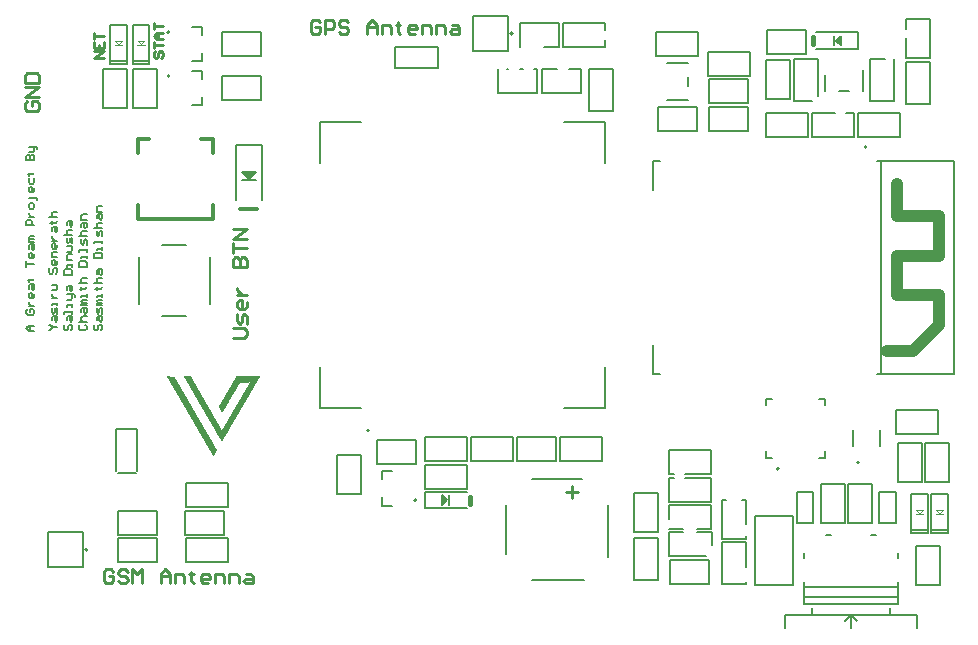
<source format=gto>
G04*
G04 #@! TF.GenerationSoftware,Altium Limited,Altium Designer,22.0.2 (36)*
G04*
G04 Layer_Color=65535*
%FSLAX44Y44*%
%MOMM*%
G71*
G04*
G04 #@! TF.SameCoordinates,5265F303-A955-4834-83B4-5BE1E65ADB8C*
G04*
G04*
G04 #@! TF.FilePolarity,Positive*
G04*
G01*
G75*
%ADD10C,0.2000*%
%ADD11C,0.1500*%
%ADD12C,0.3000*%
%ADD13C,0.1000*%
%ADD14C,0.1270*%
%ADD15C,1.0000*%
%ADD16C,0.4000*%
%ADD17C,0.2540*%
G36*
X181765Y227673D02*
X182080D01*
Y227568D01*
X182185D01*
Y227463D01*
X182080D01*
Y227358D01*
X182185D01*
Y227253D01*
X182290D01*
Y227148D01*
X182395D01*
Y227043D01*
X182500D01*
Y226938D01*
Y226833D01*
Y226728D01*
X182605D01*
Y226623D01*
X182710D01*
Y226519D01*
X182815D01*
Y226414D01*
X182710D01*
Y226309D01*
X182815D01*
Y226204D01*
X182920D01*
Y226099D01*
X183025D01*
Y225994D01*
Y225889D01*
Y225784D01*
X183130D01*
Y225679D01*
X183235D01*
Y225574D01*
Y225469D01*
X183339D01*
Y225364D01*
Y225259D01*
X183444D01*
Y225154D01*
X183549D01*
Y225049D01*
X183654D01*
Y224944D01*
Y224840D01*
Y224735D01*
X183759D01*
Y224630D01*
X183864D01*
Y224525D01*
Y224420D01*
X183969D01*
Y224315D01*
Y224210D01*
X184074D01*
Y224105D01*
X184179D01*
Y224000D01*
X184284D01*
Y223895D01*
X184179D01*
Y223790D01*
X184284D01*
Y223685D01*
X184389D01*
Y223580D01*
X184494D01*
Y223475D01*
X184389D01*
Y223370D01*
X184599D01*
Y223265D01*
Y223160D01*
X184704D01*
Y223056D01*
X184809D01*
Y222951D01*
X184914D01*
Y222846D01*
X184809D01*
Y222741D01*
X184914D01*
Y222636D01*
X185018D01*
Y222531D01*
X185123D01*
Y222426D01*
X185018D01*
Y222321D01*
X185123D01*
Y222216D01*
X185228D01*
Y222111D01*
X185333D01*
Y222006D01*
Y221901D01*
Y221796D01*
X185438D01*
Y221691D01*
X185543D01*
Y221586D01*
X185648D01*
Y221481D01*
Y221377D01*
Y221272D01*
X185753D01*
Y221167D01*
X185858D01*
Y221062D01*
X185963D01*
Y220957D01*
Y220852D01*
Y220747D01*
X186068D01*
Y220642D01*
X186173D01*
Y220537D01*
Y220432D01*
X186278D01*
Y220327D01*
Y220222D01*
X186383D01*
Y220117D01*
X186488D01*
Y220012D01*
X186593D01*
Y219907D01*
X186488D01*
Y219802D01*
X186593D01*
Y219698D01*
X186697D01*
Y219593D01*
X186802D01*
Y219488D01*
Y219383D01*
X186907D01*
Y219278D01*
Y219173D01*
X187012D01*
Y219068D01*
X187117D01*
Y218963D01*
X187222D01*
Y218858D01*
X187117D01*
Y218753D01*
X187222D01*
Y218648D01*
X187327D01*
Y218543D01*
X187432D01*
Y218438D01*
X187327D01*
Y218333D01*
X187432D01*
Y218228D01*
X187537D01*
Y218123D01*
X187642D01*
Y218018D01*
Y217914D01*
X187852D01*
Y217809D01*
X187747D01*
Y217704D01*
X187852D01*
Y217599D01*
X187957D01*
Y217494D01*
X188062D01*
Y217389D01*
X187957D01*
Y217284D01*
X188062D01*
Y217179D01*
X188167D01*
Y217074D01*
X188272D01*
Y216969D01*
Y216864D01*
Y216759D01*
X188377D01*
Y216654D01*
X188481D01*
Y216549D01*
Y216444D01*
X188586D01*
Y216339D01*
Y216235D01*
X188691D01*
Y216130D01*
X188796D01*
Y216025D01*
X188901D01*
Y215920D01*
X188796D01*
Y215815D01*
X188901D01*
Y215710D01*
X189006D01*
Y215605D01*
X189111D01*
Y215500D01*
X189006D01*
Y215395D01*
X189216D01*
Y215290D01*
Y215185D01*
X189321D01*
Y215080D01*
X189426D01*
Y214975D01*
X189531D01*
Y214870D01*
X189426D01*
Y214765D01*
X189531D01*
Y214660D01*
X189636D01*
Y214556D01*
X189741D01*
Y214451D01*
X189636D01*
Y214346D01*
X189741D01*
Y214241D01*
X189846D01*
Y214136D01*
X189951D01*
Y214031D01*
X190056D01*
Y213926D01*
Y213821D01*
Y213716D01*
X190160D01*
Y213611D01*
X190265D01*
Y213506D01*
X190370D01*
Y213401D01*
X190265D01*
Y213296D01*
X190370D01*
Y213191D01*
X190475D01*
Y213086D01*
X190580D01*
Y212981D01*
Y212877D01*
Y212772D01*
X190685D01*
Y212667D01*
X190790D01*
Y212562D01*
X190895D01*
Y212457D01*
Y212352D01*
Y212247D01*
X191000D01*
Y212142D01*
X191105D01*
Y212037D01*
X191210D01*
Y211932D01*
Y211827D01*
Y211722D01*
X191315D01*
Y211617D01*
X191420D01*
Y211512D01*
Y211407D01*
X191525D01*
Y211303D01*
Y211197D01*
X191630D01*
Y211093D01*
X191735D01*
Y210988D01*
X191839D01*
Y210883D01*
X191735D01*
Y210778D01*
X191839D01*
Y210673D01*
X191944D01*
Y210568D01*
X192049D01*
Y210463D01*
X191944D01*
Y210358D01*
X192154D01*
Y210253D01*
Y210148D01*
X192259D01*
Y210043D01*
X192364D01*
Y209938D01*
X192469D01*
Y209833D01*
X192364D01*
Y209728D01*
X192469D01*
Y209624D01*
X192574D01*
Y209519D01*
X192679D01*
Y209414D01*
X192574D01*
Y209309D01*
X192679D01*
Y209204D01*
X192784D01*
Y209099D01*
X192889D01*
Y208994D01*
Y208889D01*
X192994D01*
Y208784D01*
Y208679D01*
X193099D01*
Y208574D01*
X193204D01*
Y208469D01*
X193309D01*
Y208364D01*
X193204D01*
Y208259D01*
X193309D01*
Y208154D01*
X193414D01*
Y208049D01*
X193519D01*
Y207944D01*
Y207840D01*
Y207735D01*
X193623D01*
Y207630D01*
X193728D01*
Y207525D01*
Y207420D01*
X193833D01*
Y207315D01*
Y207210D01*
X193938D01*
Y207105D01*
X194043D01*
Y207000D01*
X194148D01*
Y206895D01*
Y206790D01*
Y206685D01*
X194253D01*
Y206580D01*
X194358D01*
Y206475D01*
Y206370D01*
X194463D01*
Y206265D01*
Y206161D01*
X194568D01*
Y206056D01*
X194673D01*
Y205951D01*
X194778D01*
Y205846D01*
X194673D01*
Y205741D01*
X194778D01*
Y205636D01*
X194883D01*
Y205531D01*
X194988D01*
Y205426D01*
X194883D01*
Y205321D01*
X195093D01*
Y205216D01*
Y205111D01*
X195198D01*
Y205006D01*
X195302D01*
Y204901D01*
X195407D01*
Y204796D01*
X195302D01*
Y204691D01*
X195407D01*
Y204586D01*
X195512D01*
Y204482D01*
X195617D01*
Y204377D01*
X195512D01*
Y204272D01*
X195617D01*
Y204167D01*
X195722D01*
Y204062D01*
X195827D01*
Y203957D01*
Y203852D01*
Y203747D01*
X195932D01*
Y203642D01*
X196037D01*
Y203537D01*
X196142D01*
Y203432D01*
Y203327D01*
Y203222D01*
X196247D01*
Y203117D01*
X196352D01*
Y203012D01*
X196457D01*
Y202907D01*
X196352D01*
Y202802D01*
X196457D01*
Y202698D01*
X196562D01*
Y202593D01*
X196667D01*
Y202488D01*
Y202383D01*
X196772D01*
Y202278D01*
Y202173D01*
X196877D01*
Y202068D01*
X196981D01*
Y201963D01*
X197086D01*
Y201858D01*
X196981D01*
Y201753D01*
X197086D01*
Y201648D01*
X197191D01*
Y201543D01*
X197296D01*
Y201438D01*
Y201333D01*
X197401D01*
Y201228D01*
Y201123D01*
X197506D01*
Y201019D01*
X197611D01*
Y200914D01*
X197716D01*
Y200809D01*
X197611D01*
Y200704D01*
X197716D01*
Y200599D01*
X197821D01*
Y200494D01*
X197926D01*
Y200389D01*
X197821D01*
Y200284D01*
X197926D01*
Y200179D01*
X198031D01*
Y200074D01*
X198136D01*
Y199969D01*
Y199864D01*
X198241D01*
Y199759D01*
Y199654D01*
X198346D01*
Y199549D01*
X198451D01*
Y199444D01*
X198556D01*
Y199340D01*
X198451D01*
Y199235D01*
X198556D01*
Y199130D01*
X198660D01*
Y199025D01*
X198765D01*
Y198920D01*
Y198815D01*
Y198710D01*
X198870D01*
Y198605D01*
X198975D01*
Y198500D01*
Y198395D01*
X199080D01*
Y198290D01*
Y198185D01*
X199185D01*
Y198080D01*
X199290D01*
Y197975D01*
X199395D01*
Y197870D01*
X199290D01*
Y197765D01*
X199395D01*
Y197660D01*
X199500D01*
Y197556D01*
X199605D01*
Y197451D01*
X199500D01*
Y197346D01*
X199710D01*
Y197241D01*
Y197136D01*
X199815D01*
Y197031D01*
X199920D01*
Y196926D01*
X200025D01*
Y196821D01*
X199920D01*
Y196716D01*
X200025D01*
Y196611D01*
X200130D01*
Y196506D01*
X200235D01*
Y196401D01*
X200130D01*
Y196296D01*
X200235D01*
Y196191D01*
X200340D01*
Y196086D01*
X200444D01*
Y195981D01*
X200549D01*
Y195877D01*
Y195772D01*
Y195667D01*
X200654D01*
Y195562D01*
X200759D01*
Y195457D01*
X200864D01*
Y195352D01*
X200759D01*
Y195247D01*
X200864D01*
Y195142D01*
X200969D01*
Y195037D01*
X201074D01*
Y194932D01*
Y194827D01*
Y194722D01*
X201179D01*
Y194617D01*
X201284D01*
Y194512D01*
Y194407D01*
X201389D01*
Y194302D01*
Y194198D01*
X201494D01*
Y194093D01*
X201599D01*
Y193988D01*
X201704D01*
Y193883D01*
X201599D01*
Y193778D01*
X201704D01*
Y193673D01*
X201809D01*
Y193568D01*
X201914D01*
Y193463D01*
Y193358D01*
X202019D01*
Y193253D01*
Y193148D01*
X202123D01*
Y193043D01*
X202228D01*
Y192938D01*
X202333D01*
Y192833D01*
X202228D01*
Y192728D01*
X202333D01*
Y192623D01*
X202438D01*
Y192519D01*
X202543D01*
Y192414D01*
X202438D01*
Y192309D01*
X202648D01*
Y192204D01*
Y192099D01*
X202753D01*
Y191994D01*
X202858D01*
Y191889D01*
X202963D01*
Y191784D01*
X202858D01*
Y191679D01*
X202963D01*
Y191574D01*
X203068D01*
Y191469D01*
X203173D01*
Y191364D01*
X203068D01*
Y191259D01*
X203173D01*
Y191154D01*
X203278D01*
Y191049D01*
X203383D01*
Y190944D01*
Y190839D01*
X203488D01*
Y190735D01*
Y190630D01*
X203593D01*
Y190525D01*
X203697D01*
Y190420D01*
Y190315D01*
Y190210D01*
X203802D01*
Y190105D01*
X203907D01*
Y190000D01*
X204012D01*
Y189895D01*
Y189790D01*
Y189685D01*
X204117D01*
Y189580D01*
X204222D01*
Y189475D01*
X204117D01*
Y189370D01*
X204327D01*
Y189265D01*
Y189160D01*
X204432D01*
Y189056D01*
X204537D01*
Y188951D01*
X204642D01*
Y188846D01*
X204537D01*
Y188741D01*
X204642D01*
Y188636D01*
X204747D01*
Y188531D01*
X204852D01*
Y188426D01*
Y188321D01*
X204957D01*
Y188216D01*
Y188111D01*
X205062D01*
Y188006D01*
X205167D01*
Y187901D01*
X205272D01*
Y187796D01*
X205167D01*
Y187691D01*
X205272D01*
Y187586D01*
X205376D01*
Y187481D01*
X205481D01*
Y187376D01*
X205376D01*
Y187271D01*
X205481D01*
Y187167D01*
X205586D01*
Y187062D01*
X205691D01*
Y186957D01*
Y186852D01*
X205901D01*
Y186747D01*
X205796D01*
Y186642D01*
X205901D01*
Y186537D01*
X206006D01*
Y186432D01*
X206111D01*
Y186327D01*
X206006D01*
Y186222D01*
X206111D01*
Y186117D01*
X206216D01*
Y186012D01*
X206321D01*
Y185907D01*
Y185802D01*
Y185697D01*
X206426D01*
Y185592D01*
X206531D01*
Y185488D01*
X206636D01*
Y185383D01*
Y185278D01*
Y185173D01*
X206741D01*
Y185068D01*
X206846D01*
Y184963D01*
X206951D01*
Y184858D01*
X206846D01*
Y184753D01*
X206951D01*
Y184648D01*
X207055D01*
Y184543D01*
X207160D01*
Y184438D01*
Y184333D01*
X207265D01*
Y184228D01*
Y184123D01*
X207370D01*
Y184018D01*
X207475D01*
Y183913D01*
X207580D01*
Y183808D01*
X207475D01*
Y183704D01*
X207580D01*
Y183599D01*
X207685D01*
Y183494D01*
X207790D01*
Y183389D01*
X207685D01*
Y183284D01*
X207895D01*
Y183179D01*
Y183074D01*
X208000D01*
Y182969D01*
X208105D01*
Y182864D01*
X208210D01*
Y182759D01*
X208105D01*
Y182654D01*
X208210D01*
Y182549D01*
X208315D01*
Y182444D01*
X208420D01*
Y182339D01*
X208315D01*
Y182234D01*
X208420D01*
Y182129D01*
X208525D01*
Y182025D01*
X208630D01*
Y181920D01*
Y181815D01*
X208839D01*
Y181710D01*
X208735D01*
Y181605D01*
X208839D01*
Y181500D01*
X208944D01*
Y181395D01*
X209049D01*
Y181290D01*
X208944D01*
Y181185D01*
X209049D01*
Y181080D01*
X209154D01*
Y180975D01*
X209259D01*
Y180870D01*
Y180765D01*
Y180660D01*
X209364D01*
Y180555D01*
X209469D01*
Y180450D01*
Y180346D01*
X209574D01*
Y180241D01*
Y180136D01*
X209679D01*
Y180031D01*
X209784D01*
Y179926D01*
X209889D01*
Y179821D01*
X209784D01*
Y179716D01*
X209889D01*
Y179611D01*
X209994D01*
Y179506D01*
X210099D01*
Y179401D01*
X209994D01*
Y179296D01*
X210204D01*
Y179191D01*
Y179086D01*
X210309D01*
Y178981D01*
X210414D01*
Y178876D01*
X210518D01*
Y178771D01*
X210414D01*
Y178666D01*
X210518D01*
Y178562D01*
X210623D01*
Y178457D01*
X210728D01*
Y178352D01*
X210623D01*
Y178247D01*
X210728D01*
Y178142D01*
X210833D01*
Y178037D01*
X210938D01*
Y177932D01*
Y177827D01*
X211043D01*
Y177722D01*
Y177617D01*
X211148D01*
Y177512D01*
X211253D01*
Y177407D01*
X211358D01*
Y177302D01*
X211253D01*
Y177197D01*
X211358D01*
Y177092D01*
X211463D01*
Y176987D01*
X211568D01*
Y176883D01*
Y176778D01*
Y176673D01*
X211673D01*
Y176568D01*
X211778D01*
Y176463D01*
Y176358D01*
X211883D01*
Y176253D01*
Y176148D01*
X211988D01*
Y176043D01*
X212093D01*
Y175938D01*
X212197D01*
Y175833D01*
X212093D01*
Y175728D01*
X212197D01*
Y175623D01*
X212302D01*
Y175518D01*
X212407D01*
Y175413D01*
Y175308D01*
X212512D01*
Y175204D01*
Y175099D01*
X212617D01*
Y174994D01*
X212722D01*
Y174889D01*
X212827D01*
Y174784D01*
X212722D01*
Y174679D01*
X212827D01*
Y174574D01*
X212932D01*
Y174469D01*
X213037D01*
Y174364D01*
X212932D01*
Y174259D01*
X213142D01*
Y174154D01*
Y174049D01*
X213247D01*
Y173944D01*
X213352D01*
Y173839D01*
X213457D01*
Y173734D01*
X213352D01*
Y173629D01*
X213457D01*
Y173525D01*
X213562D01*
Y173420D01*
X213667D01*
Y173315D01*
X213562D01*
Y173210D01*
X213667D01*
Y173105D01*
X213772D01*
Y173000D01*
X213877D01*
Y172895D01*
Y172790D01*
Y172685D01*
X213981D01*
Y172580D01*
X214086D01*
Y172475D01*
X214191D01*
Y172370D01*
Y172265D01*
Y172160D01*
X214296D01*
Y172055D01*
X214401D01*
Y171950D01*
X214506D01*
Y171846D01*
X214401D01*
Y171741D01*
X214506D01*
Y171636D01*
X214611D01*
Y171531D01*
X214716D01*
Y171426D01*
X214611D01*
Y171321D01*
X214821D01*
Y171216D01*
Y171111D01*
X214926D01*
Y171006D01*
X215031D01*
Y170901D01*
X215136D01*
Y170796D01*
X215031D01*
Y170691D01*
X215136D01*
Y170586D01*
X215241D01*
Y170481D01*
X215346D01*
Y170376D01*
X215241D01*
Y170271D01*
X215451D01*
Y170166D01*
Y170062D01*
X215556D01*
Y169957D01*
X215660D01*
Y169852D01*
X215765D01*
Y169747D01*
X215660D01*
Y169642D01*
X215765D01*
Y169537D01*
X215870D01*
Y169432D01*
X215975D01*
Y169327D01*
X215870D01*
Y169222D01*
X215975D01*
Y169117D01*
X216080D01*
Y169012D01*
X216185D01*
Y168907D01*
Y168802D01*
X216395D01*
Y168697D01*
X216290D01*
Y168592D01*
X216395D01*
Y168487D01*
X216500D01*
Y168383D01*
X216605D01*
Y168278D01*
X216500D01*
Y168173D01*
X216605D01*
Y168068D01*
X216710D01*
Y167963D01*
X216815D01*
Y167858D01*
Y167753D01*
Y167648D01*
X216920D01*
Y167543D01*
X217025D01*
Y167438D01*
Y167333D01*
X217130D01*
Y167228D01*
Y167123D01*
X217235D01*
Y167018D01*
X217339D01*
Y166913D01*
X217444D01*
Y166808D01*
X217339D01*
Y166704D01*
X217444D01*
Y166599D01*
X217549D01*
Y166494D01*
X217654D01*
Y166389D01*
X217549D01*
Y166284D01*
X217759D01*
Y166179D01*
Y166074D01*
X217864D01*
Y165969D01*
X217969D01*
Y165864D01*
X218074D01*
Y165759D01*
X217969D01*
Y165654D01*
X218074D01*
Y165549D01*
X218179D01*
Y165444D01*
X218284D01*
Y165339D01*
X218179D01*
Y165234D01*
X218284D01*
Y165130D01*
X218389D01*
Y165025D01*
X218284D01*
Y164920D01*
X218179D01*
Y164815D01*
X218074D01*
Y164710D01*
X217969D01*
Y164605D01*
X218074D01*
Y164500D01*
X217969D01*
Y164395D01*
X217864D01*
Y164290D01*
X217759D01*
Y164185D01*
X217864D01*
Y164080D01*
X217759D01*
Y163975D01*
X217654D01*
Y163870D01*
X217549D01*
Y163765D01*
X217444D01*
Y163660D01*
X217339D01*
Y163555D01*
X217444D01*
Y163450D01*
X217339D01*
Y163346D01*
X217235D01*
Y163241D01*
X217130D01*
Y163136D01*
Y163031D01*
Y162926D01*
X217025D01*
Y162821D01*
X216920D01*
Y162716D01*
X216815D01*
Y162611D01*
X216710D01*
Y162506D01*
X216815D01*
Y162401D01*
X216710D01*
Y162296D01*
X216605D01*
Y162191D01*
X216500D01*
Y162086D01*
X216605D01*
Y161981D01*
X216500D01*
Y161876D01*
X216395D01*
Y161771D01*
X216290D01*
Y161667D01*
Y161562D01*
X216185D01*
Y161457D01*
Y161352D01*
X216080D01*
Y161247D01*
X215975D01*
Y161142D01*
X215870D01*
Y161037D01*
Y160932D01*
Y160827D01*
X215765D01*
Y160722D01*
X215660D01*
Y160617D01*
X215556D01*
Y160512D01*
X215451D01*
Y160407D01*
X215556D01*
Y160302D01*
X215451D01*
Y160197D01*
X215346D01*
Y160092D01*
X215241D01*
Y159987D01*
X215346D01*
Y159882D01*
X215241D01*
Y159987D01*
X215136D01*
Y160092D01*
X215031D01*
Y160197D01*
X215136D01*
Y160302D01*
X215031D01*
Y160407D01*
X214926D01*
Y160512D01*
X214821D01*
Y160617D01*
X214926D01*
Y160722D01*
X214716D01*
Y160827D01*
Y160932D01*
X214611D01*
Y161037D01*
X214506D01*
Y161142D01*
Y161247D01*
Y161352D01*
X214401D01*
Y161457D01*
X214296D01*
Y161562D01*
X214191D01*
Y161667D01*
X214296D01*
Y161771D01*
X214191D01*
Y161876D01*
X214086D01*
Y161981D01*
X213981D01*
Y162086D01*
Y162191D01*
X213877D01*
Y162296D01*
Y162401D01*
X213772D01*
Y162506D01*
X213667D01*
Y162611D01*
X213562D01*
Y162716D01*
X213667D01*
Y162821D01*
X213562D01*
Y162926D01*
X213457D01*
Y163031D01*
X213352D01*
Y163136D01*
Y163241D01*
Y163346D01*
X213247D01*
Y163450D01*
X213142D01*
Y163555D01*
X213037D01*
Y163660D01*
X212932D01*
Y163765D01*
X213037D01*
Y163870D01*
X212932D01*
Y163975D01*
X212827D01*
Y164080D01*
X212722D01*
Y164185D01*
X212827D01*
Y164290D01*
X212722D01*
Y164395D01*
X212617D01*
Y164500D01*
X212512D01*
Y164605D01*
X212617D01*
Y164710D01*
X212407D01*
Y164815D01*
Y164920D01*
X212302D01*
Y165025D01*
X212197D01*
Y165130D01*
X212093D01*
Y165234D01*
X212197D01*
Y165339D01*
X212093D01*
Y165444D01*
X211988D01*
Y165549D01*
X211883D01*
Y165654D01*
Y165759D01*
X211778D01*
Y165864D01*
Y165969D01*
X211673D01*
Y166074D01*
X211568D01*
Y166179D01*
Y166284D01*
Y166389D01*
X211463D01*
Y166494D01*
X211358D01*
Y166599D01*
X211253D01*
Y166704D01*
X211358D01*
Y166808D01*
X211253D01*
Y166913D01*
X211148D01*
Y167018D01*
X211043D01*
Y167123D01*
Y167228D01*
X210938D01*
Y167333D01*
Y167438D01*
X210833D01*
Y167543D01*
X210728D01*
Y167648D01*
X210623D01*
Y167753D01*
X210728D01*
Y167858D01*
X210623D01*
Y167963D01*
X210518D01*
Y168068D01*
X210414D01*
Y168173D01*
Y168278D01*
Y168383D01*
X210309D01*
Y168487D01*
X210204D01*
Y168592D01*
X210099D01*
Y168697D01*
X209994D01*
Y168802D01*
X210099D01*
Y168907D01*
X209994D01*
Y169012D01*
X209889D01*
Y169117D01*
X209784D01*
Y169222D01*
X209889D01*
Y169327D01*
X209784D01*
Y169432D01*
X209679D01*
Y169537D01*
X209574D01*
Y169642D01*
X209679D01*
Y169747D01*
X209469D01*
Y169852D01*
Y169957D01*
X209364D01*
Y170062D01*
X209259D01*
Y170166D01*
Y170271D01*
Y170376D01*
X209154D01*
Y170481D01*
X209049D01*
Y170586D01*
X208944D01*
Y170691D01*
X209049D01*
Y170796D01*
X208839D01*
Y170901D01*
Y171006D01*
X208735D01*
Y171111D01*
Y171216D01*
X208630D01*
Y171321D01*
Y171426D01*
X208525D01*
Y171531D01*
X208420D01*
Y171636D01*
X208315D01*
Y171741D01*
X208420D01*
Y171846D01*
X208315D01*
Y171950D01*
X208210D01*
Y172055D01*
X208105D01*
Y172160D01*
Y172265D01*
Y172370D01*
X208000D01*
Y172475D01*
X207895D01*
Y172580D01*
X207790D01*
Y172685D01*
X207685D01*
Y172790D01*
X207790D01*
Y172895D01*
X207685D01*
Y173000D01*
X207580D01*
Y173105D01*
X207475D01*
Y173210D01*
Y173315D01*
Y173420D01*
X207370D01*
Y173525D01*
X207265D01*
Y173629D01*
X207160D01*
Y173734D01*
X207055D01*
Y173839D01*
X207160D01*
Y173944D01*
X207055D01*
Y174049D01*
X206951D01*
Y174154D01*
X206846D01*
Y174259D01*
X206951D01*
Y174364D01*
X206846D01*
Y174469D01*
X206741D01*
Y174574D01*
X206636D01*
Y174679D01*
Y174784D01*
X206531D01*
Y174889D01*
Y174994D01*
X206426D01*
Y175099D01*
X206321D01*
Y175204D01*
Y175308D01*
Y175413D01*
X206216D01*
Y175518D01*
X206111D01*
Y175623D01*
X206006D01*
Y175728D01*
X206111D01*
Y175833D01*
X205901D01*
Y175938D01*
Y176043D01*
X205796D01*
Y176148D01*
Y176253D01*
X205691D01*
Y176358D01*
Y176463D01*
X205586D01*
Y176568D01*
X205481D01*
Y176673D01*
X205376D01*
Y176778D01*
X205481D01*
Y176883D01*
X205376D01*
Y176987D01*
X205272D01*
Y177092D01*
X205167D01*
Y177197D01*
Y177302D01*
Y177407D01*
X205062D01*
Y177512D01*
X204957D01*
Y177617D01*
X204852D01*
Y177722D01*
X204747D01*
Y177827D01*
X204852D01*
Y177932D01*
X204747D01*
Y178037D01*
X204642D01*
Y178142D01*
X204537D01*
Y178247D01*
Y178352D01*
Y178457D01*
X204432D01*
Y178562D01*
X204327D01*
Y178666D01*
X204222D01*
Y178771D01*
X204117D01*
Y178876D01*
X204222D01*
Y178981D01*
X204117D01*
Y179086D01*
X204012D01*
Y179191D01*
X203907D01*
Y179296D01*
X204012D01*
Y179401D01*
X203907D01*
Y179506D01*
X203802D01*
Y179611D01*
X203697D01*
Y179716D01*
X203802D01*
Y179821D01*
X203593D01*
Y179926D01*
Y180031D01*
X203488D01*
Y180136D01*
Y180241D01*
X203383D01*
Y180346D01*
Y180450D01*
X203278D01*
Y180555D01*
X203173D01*
Y180660D01*
X203068D01*
Y180765D01*
X203173D01*
Y180870D01*
X202963D01*
Y180975D01*
Y181080D01*
X202858D01*
Y181185D01*
Y181290D01*
X202753D01*
Y181395D01*
Y181500D01*
X202648D01*
Y181605D01*
X202543D01*
Y181710D01*
X202438D01*
Y181815D01*
X202543D01*
Y181920D01*
X202438D01*
Y182025D01*
X202333D01*
Y182129D01*
X202228D01*
Y182234D01*
Y182339D01*
Y182444D01*
X202123D01*
Y182549D01*
X202019D01*
Y182654D01*
X201914D01*
Y182759D01*
X201809D01*
Y182864D01*
X201914D01*
Y182969D01*
X201809D01*
Y183074D01*
X201704D01*
Y183179D01*
X201599D01*
Y183284D01*
Y183389D01*
Y183494D01*
X201494D01*
Y183599D01*
X201389D01*
Y183704D01*
X201284D01*
Y183808D01*
X201179D01*
Y183913D01*
X201284D01*
Y184018D01*
X201179D01*
Y184123D01*
X201074D01*
Y184228D01*
X200969D01*
Y184333D01*
X201074D01*
Y184438D01*
X200969D01*
Y184543D01*
X200864D01*
Y184648D01*
X200759D01*
Y184753D01*
X200864D01*
Y184858D01*
X200654D01*
Y184963D01*
Y185068D01*
X200549D01*
Y185173D01*
Y185278D01*
X200444D01*
Y185383D01*
Y185488D01*
X200340D01*
Y185592D01*
X200235D01*
Y185697D01*
X200130D01*
Y185802D01*
X200235D01*
Y185907D01*
X200130D01*
Y186012D01*
X200025D01*
Y186117D01*
X199920D01*
Y186222D01*
Y186327D01*
X199815D01*
Y186432D01*
Y186537D01*
X199710D01*
Y186642D01*
X199605D01*
Y186747D01*
X199500D01*
Y186852D01*
X199605D01*
Y186957D01*
X199500D01*
Y187062D01*
X199395D01*
Y187167D01*
X199290D01*
Y187271D01*
Y187376D01*
Y187481D01*
X199185D01*
Y187586D01*
X199080D01*
Y187691D01*
X198975D01*
Y187796D01*
X198870D01*
Y187901D01*
X198975D01*
Y188006D01*
X198870D01*
Y188111D01*
X198765D01*
Y188216D01*
X198660D01*
Y188321D01*
Y188426D01*
Y188531D01*
X198556D01*
Y188636D01*
X198451D01*
Y188741D01*
Y188846D01*
X198241D01*
Y188951D01*
X198346D01*
Y189056D01*
X198241D01*
Y189160D01*
X198136D01*
Y189265D01*
X198031D01*
Y189370D01*
X198136D01*
Y189475D01*
X198031D01*
Y189580D01*
X197926D01*
Y189685D01*
X197821D01*
Y189790D01*
X197926D01*
Y189895D01*
X197716D01*
Y190000D01*
Y190105D01*
X197611D01*
Y190210D01*
Y190315D01*
X197506D01*
Y190420D01*
Y190525D01*
X197401D01*
Y190630D01*
X197296D01*
Y190735D01*
X197191D01*
Y190839D01*
X197296D01*
Y190944D01*
X197191D01*
Y191049D01*
X197086D01*
Y191154D01*
X196981D01*
Y191259D01*
Y191364D01*
X196877D01*
Y191469D01*
Y191574D01*
X196772D01*
Y191679D01*
X196667D01*
Y191784D01*
X196562D01*
Y191889D01*
X196667D01*
Y191994D01*
X196562D01*
Y192099D01*
X196457D01*
Y192204D01*
X196352D01*
Y192309D01*
Y192414D01*
Y192519D01*
X196247D01*
Y192623D01*
X196142D01*
Y192728D01*
X196037D01*
Y192833D01*
X195932D01*
Y192938D01*
X196037D01*
Y193043D01*
X195932D01*
Y193148D01*
X195827D01*
Y193253D01*
X195722D01*
Y193358D01*
Y193463D01*
Y193568D01*
X195617D01*
Y193673D01*
X195512D01*
Y193778D01*
Y193883D01*
X195302D01*
Y193988D01*
X195407D01*
Y194093D01*
X195302D01*
Y194198D01*
X195198D01*
Y194302D01*
X195093D01*
Y194407D01*
X195198D01*
Y194512D01*
X195093D01*
Y194617D01*
X194988D01*
Y194722D01*
X194883D01*
Y194827D01*
X194988D01*
Y194932D01*
X194778D01*
Y195037D01*
Y195142D01*
X194673D01*
Y195247D01*
Y195352D01*
X194568D01*
Y195457D01*
Y195562D01*
X194463D01*
Y195667D01*
X194358D01*
Y195772D01*
X194253D01*
Y195877D01*
X194358D01*
Y195981D01*
X194253D01*
Y196086D01*
X194148D01*
Y196191D01*
X194043D01*
Y196296D01*
Y196401D01*
X193938D01*
Y196506D01*
Y196611D01*
X193833D01*
Y196716D01*
X193728D01*
Y196821D01*
X193623D01*
Y196926D01*
X193728D01*
Y197031D01*
X193623D01*
Y197136D01*
X193519D01*
Y197241D01*
X193414D01*
Y197346D01*
Y197451D01*
Y197556D01*
X193309D01*
Y197660D01*
X193204D01*
Y197765D01*
X193099D01*
Y197870D01*
X192994D01*
Y197975D01*
X193099D01*
Y198080D01*
X192994D01*
Y198185D01*
X192889D01*
Y198290D01*
X192784D01*
Y198395D01*
X192889D01*
Y198500D01*
X192784D01*
Y198605D01*
X192679D01*
Y198710D01*
X192574D01*
Y198815D01*
Y198920D01*
X192469D01*
Y199025D01*
Y199130D01*
X192364D01*
Y199235D01*
X192259D01*
Y199340D01*
X192154D01*
Y199444D01*
X192259D01*
Y199549D01*
X192154D01*
Y199654D01*
X192049D01*
Y199759D01*
X191944D01*
Y199864D01*
X192049D01*
Y199969D01*
X191839D01*
Y200074D01*
Y200179D01*
X191735D01*
Y200284D01*
Y200389D01*
X191630D01*
Y200494D01*
Y200599D01*
X191525D01*
Y200704D01*
X191420D01*
Y200809D01*
X191315D01*
Y200914D01*
X191420D01*
Y201019D01*
X191315D01*
Y201123D01*
X191210D01*
Y201228D01*
X191105D01*
Y201333D01*
Y201438D01*
X191000D01*
Y201543D01*
Y201648D01*
X190895D01*
Y201753D01*
X190790D01*
Y201858D01*
X190685D01*
Y201963D01*
X190790D01*
Y202068D01*
X190685D01*
Y202173D01*
X190580D01*
Y202278D01*
X190475D01*
Y202383D01*
X190580D01*
Y202488D01*
X190475D01*
Y202593D01*
X190370D01*
Y202698D01*
X190265D01*
Y202802D01*
Y202907D01*
X190160D01*
Y203012D01*
Y203117D01*
X190056D01*
Y203222D01*
X189951D01*
Y203327D01*
X189846D01*
Y203432D01*
X189951D01*
Y203537D01*
X189846D01*
Y203642D01*
X189741D01*
Y203747D01*
X189636D01*
Y203852D01*
Y203957D01*
X189426D01*
Y204062D01*
X189531D01*
Y204167D01*
X189426D01*
Y204272D01*
X189321D01*
Y204377D01*
X189216D01*
Y204482D01*
X189321D01*
Y204586D01*
X189216D01*
Y204691D01*
X189111D01*
Y204796D01*
X189006D01*
Y204901D01*
X189111D01*
Y205006D01*
X189006D01*
Y205111D01*
X188901D01*
Y205216D01*
X188796D01*
Y205321D01*
Y205426D01*
X188691D01*
Y205531D01*
Y205636D01*
X188586D01*
Y205741D01*
X188481D01*
Y205846D01*
X188377D01*
Y205951D01*
X188481D01*
Y206056D01*
X188377D01*
Y206161D01*
X188272D01*
Y206265D01*
X188167D01*
Y206370D01*
Y206475D01*
X188062D01*
Y206580D01*
Y206685D01*
X187957D01*
Y206790D01*
X187852D01*
Y206895D01*
X187747D01*
Y207000D01*
X187852D01*
Y207105D01*
X187747D01*
Y207210D01*
X187642D01*
Y207315D01*
X187537D01*
Y207420D01*
Y207525D01*
Y207630D01*
X187432D01*
Y207735D01*
X187327D01*
Y207840D01*
X187432D01*
Y207944D01*
X187117D01*
Y208049D01*
X187222D01*
Y208154D01*
X187117D01*
Y208259D01*
X187012D01*
Y208364D01*
X186907D01*
Y208469D01*
X187012D01*
Y208574D01*
X186907D01*
Y208679D01*
X186802D01*
Y208784D01*
X186697D01*
Y208889D01*
X186802D01*
Y208994D01*
X186593D01*
Y209099D01*
Y209204D01*
X186488D01*
Y209309D01*
X186383D01*
Y209414D01*
Y209519D01*
Y209624D01*
X186278D01*
Y209728D01*
X186173D01*
Y209833D01*
X186068D01*
Y209938D01*
X186173D01*
Y210043D01*
X186068D01*
Y210148D01*
X185963D01*
Y210253D01*
X185858D01*
Y210358D01*
Y210463D01*
X185753D01*
Y210568D01*
Y210673D01*
X185648D01*
Y210778D01*
X185543D01*
Y210883D01*
X185438D01*
Y210988D01*
X185543D01*
Y211093D01*
X185438D01*
Y211197D01*
X185333D01*
Y211303D01*
X185228D01*
Y211407D01*
Y211512D01*
Y211617D01*
X185123D01*
Y211722D01*
X185018D01*
Y211827D01*
X184914D01*
Y211932D01*
X184809D01*
Y212037D01*
X184914D01*
Y212142D01*
X184809D01*
Y212247D01*
X184704D01*
Y212352D01*
X184599D01*
Y212457D01*
X184704D01*
Y212562D01*
X184599D01*
Y212667D01*
X184494D01*
Y212772D01*
X184389D01*
Y212877D01*
Y212981D01*
X184284D01*
Y213086D01*
Y213191D01*
X184179D01*
Y213296D01*
X184074D01*
Y213401D01*
X183969D01*
Y213506D01*
X184074D01*
Y213611D01*
X183969D01*
Y213716D01*
X183864D01*
Y213821D01*
X183759D01*
Y213926D01*
Y214031D01*
X183654D01*
Y214136D01*
Y214241D01*
X183549D01*
Y214346D01*
X183444D01*
Y214451D01*
Y214556D01*
Y214660D01*
X183339D01*
Y214765D01*
X183235D01*
Y214870D01*
X183130D01*
Y214975D01*
X183235D01*
Y215080D01*
X183130D01*
Y215185D01*
X183025D01*
Y215290D01*
X182920D01*
Y215395D01*
Y215500D01*
X182815D01*
Y215605D01*
Y215710D01*
X182710D01*
Y215815D01*
X182605D01*
Y215920D01*
X182500D01*
Y216025D01*
X182605D01*
Y216130D01*
X182500D01*
Y216235D01*
X182395D01*
Y216339D01*
X182290D01*
Y216444D01*
Y216549D01*
Y216654D01*
X182185D01*
Y216759D01*
X182080D01*
Y216864D01*
X181975D01*
Y216969D01*
X181870D01*
Y217074D01*
X181975D01*
Y217179D01*
X181870D01*
Y217284D01*
X181765D01*
Y217389D01*
X181660D01*
Y217494D01*
X181765D01*
Y217599D01*
X181660D01*
Y217704D01*
X181555D01*
Y217809D01*
X181451D01*
Y217914D01*
X181555D01*
Y218018D01*
X181346D01*
Y218123D01*
Y218228D01*
X181241D01*
Y218333D01*
X181136D01*
Y218438D01*
Y218543D01*
Y218648D01*
X181031D01*
Y218753D01*
X180926D01*
Y218858D01*
X180821D01*
Y218963D01*
X180926D01*
Y219068D01*
X180716D01*
Y219173D01*
Y219278D01*
X180611D01*
Y219383D01*
Y219488D01*
X180506D01*
Y219593D01*
Y219698D01*
X180401D01*
Y219802D01*
X180296D01*
Y219907D01*
X180191D01*
Y220012D01*
X180296D01*
Y220117D01*
X180191D01*
Y220222D01*
X180086D01*
Y220327D01*
X179981D01*
Y220432D01*
Y220537D01*
Y220642D01*
X179876D01*
Y220747D01*
X179771D01*
Y220852D01*
X179667D01*
Y220957D01*
X179562D01*
Y221062D01*
X179667D01*
Y221167D01*
X179562D01*
Y221272D01*
X179457D01*
Y221377D01*
X179352D01*
Y221481D01*
Y221586D01*
Y221691D01*
X179247D01*
Y221796D01*
X179142D01*
Y221901D01*
X179037D01*
Y222006D01*
X178932D01*
Y222111D01*
X179037D01*
Y222216D01*
X178932D01*
Y222321D01*
X178827D01*
Y222426D01*
X178722D01*
Y222531D01*
X178827D01*
Y222636D01*
X178722D01*
Y222741D01*
X178617D01*
Y222846D01*
X178512D01*
Y222951D01*
Y223056D01*
X178407D01*
Y223160D01*
Y223265D01*
X178302D01*
Y223370D01*
X178197D01*
Y223475D01*
X178092D01*
Y223580D01*
X178197D01*
Y223685D01*
X178092D01*
Y223790D01*
X177987D01*
Y223895D01*
X177883D01*
Y224000D01*
X177987D01*
Y224105D01*
X177778D01*
Y224210D01*
Y224315D01*
X177673D01*
Y224420D01*
X177568D01*
Y224525D01*
Y224630D01*
Y224735D01*
X177463D01*
Y224840D01*
X177358D01*
Y224944D01*
X177253D01*
Y225049D01*
X177358D01*
Y225154D01*
X177253D01*
Y225259D01*
X177148D01*
Y225364D01*
X177043D01*
Y225469D01*
Y225574D01*
Y225679D01*
X176938D01*
Y225784D01*
X176833D01*
Y225889D01*
X176728D01*
Y225994D01*
X176623D01*
Y226099D01*
X176728D01*
Y226204D01*
X176623D01*
Y226309D01*
X176518D01*
Y226414D01*
X176413D01*
Y226519D01*
Y226623D01*
Y226728D01*
X176308D01*
Y226833D01*
X176204D01*
Y226938D01*
X176099D01*
Y227043D01*
X175994D01*
Y227148D01*
X176099D01*
Y227253D01*
X175994D01*
Y227358D01*
X175889D01*
Y227463D01*
X175784D01*
Y227568D01*
X175889D01*
Y227673D01*
X175784D01*
Y227778D01*
X176938D01*
Y227673D01*
X177043D01*
Y227778D01*
X177358D01*
Y227673D01*
X177463D01*
Y227778D01*
X177778D01*
Y227673D01*
X177883D01*
Y227778D01*
X177987D01*
Y227673D01*
X178092D01*
Y227778D01*
X178197D01*
Y227673D01*
X178302D01*
Y227778D01*
X178407D01*
Y227673D01*
X178512D01*
Y227778D01*
X178617D01*
Y227673D01*
X178722D01*
Y227778D01*
X178827D01*
Y227673D01*
X178932D01*
Y227778D01*
X179037D01*
Y227673D01*
X179142D01*
Y227778D01*
X179247D01*
Y227673D01*
X179352D01*
Y227778D01*
X179457D01*
Y227673D01*
X179562D01*
Y227778D01*
X179667D01*
Y227673D01*
X179771D01*
Y227778D01*
X179876D01*
Y227673D01*
X179981D01*
Y227778D01*
X180086D01*
Y227673D01*
X180191D01*
Y227778D01*
X180296D01*
Y227673D01*
X180401D01*
Y227778D01*
X180506D01*
Y227673D01*
X180611D01*
Y227778D01*
X180716D01*
Y227673D01*
X180821D01*
Y227778D01*
X180926D01*
Y227673D01*
X181031D01*
Y227778D01*
X181136D01*
Y227673D01*
X181241D01*
Y227778D01*
X181346D01*
Y227673D01*
X181660D01*
Y227778D01*
X181765D01*
Y227673D01*
D02*
G37*
G36*
X254803D02*
X254698D01*
Y227568D01*
X254593D01*
Y227463D01*
X254488D01*
Y227358D01*
X254593D01*
Y227253D01*
X254488D01*
Y227148D01*
X254383D01*
Y227043D01*
X254278D01*
Y226938D01*
Y226833D01*
X254173D01*
Y226728D01*
Y226623D01*
X254068D01*
Y226519D01*
X253963D01*
Y226414D01*
Y226309D01*
Y226204D01*
X253858D01*
Y226099D01*
X253753D01*
Y225994D01*
X253648D01*
Y225889D01*
X253753D01*
Y225784D01*
X253648D01*
Y225679D01*
X253543D01*
Y225574D01*
X253438D01*
Y225469D01*
Y225364D01*
X253333D01*
Y225259D01*
Y225154D01*
X253228D01*
Y225049D01*
X253124D01*
Y224944D01*
X253019D01*
Y224840D01*
X253124D01*
Y224735D01*
X253019D01*
Y224630D01*
X252914D01*
Y224525D01*
X252809D01*
Y224420D01*
Y224315D01*
X252704D01*
Y224210D01*
Y224105D01*
X252599D01*
Y224000D01*
X252494D01*
Y223895D01*
X252389D01*
Y223790D01*
X252494D01*
Y223685D01*
X252389D01*
Y223580D01*
X252284D01*
Y223475D01*
X252179D01*
Y223370D01*
X252284D01*
Y223265D01*
X252179D01*
Y223160D01*
X252074D01*
Y223056D01*
X251969D01*
Y222951D01*
X252074D01*
Y222846D01*
X251864D01*
Y222741D01*
Y222636D01*
X251759D01*
Y222531D01*
X251654D01*
Y222426D01*
X251549D01*
Y222321D01*
X251654D01*
Y222216D01*
X251549D01*
Y222111D01*
X251445D01*
Y222006D01*
X251340D01*
Y221901D01*
X251445D01*
Y221796D01*
X251235D01*
Y221691D01*
Y221586D01*
X251130D01*
Y221481D01*
X251025D01*
Y221377D01*
Y221272D01*
Y221167D01*
X250920D01*
Y221062D01*
X250815D01*
Y220957D01*
X250710D01*
Y220852D01*
X250815D01*
Y220747D01*
X250710D01*
Y220642D01*
X250605D01*
Y220537D01*
X250500D01*
Y220432D01*
Y220327D01*
X250395D01*
Y220222D01*
Y220117D01*
X250290D01*
Y220012D01*
X250185D01*
Y219907D01*
X250080D01*
Y219802D01*
X250185D01*
Y219698D01*
X250080D01*
Y219593D01*
X249975D01*
Y219488D01*
X249870D01*
Y219383D01*
Y219278D01*
X249766D01*
Y219173D01*
Y219068D01*
X249661D01*
Y218963D01*
X249556D01*
Y218858D01*
X249451D01*
Y218753D01*
X249556D01*
Y218648D01*
X249451D01*
Y218543D01*
X249346D01*
Y218438D01*
X249241D01*
Y218333D01*
X249346D01*
Y218228D01*
X249241D01*
Y218123D01*
X249136D01*
Y218018D01*
X249031D01*
Y217914D01*
Y217809D01*
X248926D01*
Y217704D01*
Y217599D01*
X248821D01*
Y217494D01*
X248716D01*
Y217389D01*
X248611D01*
Y217284D01*
X248716D01*
Y217179D01*
X248611D01*
Y217074D01*
X248506D01*
Y216969D01*
X248401D01*
Y216864D01*
Y216759D01*
X248296D01*
Y216654D01*
Y216549D01*
X248192D01*
Y216444D01*
X248086D01*
Y216339D01*
X247982D01*
Y216235D01*
X248086D01*
Y216130D01*
X247982D01*
Y216025D01*
X247877D01*
Y215920D01*
X247772D01*
Y215815D01*
X247877D01*
Y215710D01*
X247772D01*
Y215605D01*
X247667D01*
Y215500D01*
X247562D01*
Y215395D01*
Y215290D01*
X247457D01*
Y215185D01*
Y215080D01*
X247352D01*
Y214975D01*
X247247D01*
Y214870D01*
X247142D01*
Y214765D01*
X247247D01*
Y214660D01*
X247142D01*
Y214556D01*
X247037D01*
Y214451D01*
X246932D01*
Y214346D01*
Y214241D01*
X246827D01*
Y214136D01*
Y214031D01*
X246722D01*
Y213926D01*
X246617D01*
Y213821D01*
X246513D01*
Y213716D01*
X246617D01*
Y213611D01*
X246513D01*
Y213506D01*
X246408D01*
Y213401D01*
X246303D01*
Y213296D01*
Y213191D01*
Y213086D01*
X246198D01*
Y212981D01*
X246093D01*
Y212877D01*
X246198D01*
Y212772D01*
X246093D01*
Y212877D01*
X245988D01*
Y212772D01*
X245883D01*
Y212667D01*
X245988D01*
Y212562D01*
X245883D01*
Y212457D01*
X245778D01*
Y212352D01*
X245673D01*
Y212247D01*
X245778D01*
Y212142D01*
X245673D01*
Y212037D01*
X245568D01*
Y211932D01*
X245463D01*
Y211827D01*
Y211722D01*
X245358D01*
Y211617D01*
Y211512D01*
X245253D01*
Y211407D01*
X245148D01*
Y211303D01*
X245043D01*
Y211197D01*
X245148D01*
Y211093D01*
X245043D01*
Y210988D01*
X244938D01*
Y210883D01*
X244833D01*
Y210778D01*
X244938D01*
Y210673D01*
X244729D01*
Y210568D01*
Y210463D01*
X244624D01*
Y210358D01*
Y210253D01*
X244519D01*
Y210148D01*
Y210043D01*
X244414D01*
Y209938D01*
X244309D01*
Y209833D01*
X244204D01*
Y209728D01*
X244309D01*
Y209624D01*
X244204D01*
Y209519D01*
X244099D01*
Y209414D01*
X243994D01*
Y209309D01*
Y209204D01*
X243889D01*
Y209099D01*
Y208994D01*
X243784D01*
Y208889D01*
X243679D01*
Y208784D01*
X243574D01*
Y208679D01*
X243679D01*
Y208574D01*
X243574D01*
Y208469D01*
X243469D01*
Y208364D01*
X243364D01*
Y208259D01*
Y208154D01*
Y208049D01*
X243259D01*
Y207944D01*
X243154D01*
Y207840D01*
X243050D01*
Y207735D01*
X242945D01*
Y207630D01*
X243050D01*
Y207525D01*
X242945D01*
Y207420D01*
X242840D01*
Y207315D01*
X242735D01*
Y207210D01*
Y207105D01*
Y207000D01*
X242630D01*
Y206895D01*
X242525D01*
Y206790D01*
Y206685D01*
X242315D01*
Y206580D01*
X242420D01*
Y206475D01*
X242315D01*
Y206370D01*
X242210D01*
Y206265D01*
X242105D01*
Y206161D01*
X242210D01*
Y206056D01*
X242105D01*
Y205951D01*
X242000D01*
Y205846D01*
X241895D01*
Y205741D01*
X242000D01*
Y205636D01*
X241895D01*
Y205531D01*
X241790D01*
Y205426D01*
X241685D01*
Y205321D01*
Y205216D01*
X241580D01*
Y205111D01*
Y205006D01*
X241475D01*
Y204901D01*
X241371D01*
Y204796D01*
X241266D01*
Y204691D01*
X241371D01*
Y204586D01*
X241266D01*
Y204482D01*
X241161D01*
Y204377D01*
X241056D01*
Y204272D01*
Y204167D01*
X240951D01*
Y204062D01*
Y203957D01*
X240846D01*
Y203852D01*
X240741D01*
Y203747D01*
X240636D01*
Y203642D01*
X240741D01*
Y203537D01*
X240636D01*
Y203432D01*
X240531D01*
Y203327D01*
X240426D01*
Y203222D01*
Y203117D01*
Y203012D01*
X240321D01*
Y202907D01*
X240216D01*
Y202802D01*
X240111D01*
Y202698D01*
X240006D01*
Y202593D01*
X240111D01*
Y202488D01*
X240006D01*
Y202383D01*
X239901D01*
Y202278D01*
X239796D01*
Y202173D01*
Y202068D01*
Y201963D01*
X239691D01*
Y201858D01*
X239587D01*
Y201753D01*
Y201648D01*
X239377D01*
Y201543D01*
X239482D01*
Y201438D01*
X239377D01*
Y201333D01*
X239272D01*
Y201228D01*
X239167D01*
Y201123D01*
X239272D01*
Y201019D01*
X239167D01*
Y200914D01*
X239062D01*
Y200809D01*
X238957D01*
Y200704D01*
X239062D01*
Y200599D01*
X238852D01*
Y200494D01*
Y200389D01*
X238747D01*
Y200284D01*
Y200179D01*
X238642D01*
Y200074D01*
Y199969D01*
X238537D01*
Y199864D01*
X238432D01*
Y199759D01*
X238327D01*
Y199654D01*
X238432D01*
Y199549D01*
X238327D01*
Y199444D01*
X238222D01*
Y199340D01*
X238117D01*
Y199235D01*
Y199130D01*
X238012D01*
Y199025D01*
Y198920D01*
X237908D01*
Y198815D01*
X237803D01*
Y198710D01*
X237698D01*
Y198605D01*
X237803D01*
Y198500D01*
X237698D01*
Y198395D01*
X237593D01*
Y198290D01*
X237488D01*
Y198185D01*
Y198080D01*
Y197975D01*
X237383D01*
Y197870D01*
X237278D01*
Y197765D01*
X237173D01*
Y197660D01*
X237068D01*
Y197556D01*
X237173D01*
Y197451D01*
X237068D01*
Y197346D01*
X236963D01*
Y197241D01*
X236858D01*
Y197136D01*
Y197031D01*
Y196926D01*
X236753D01*
Y196821D01*
X236648D01*
Y196716D01*
X236543D01*
Y196611D01*
X236438D01*
Y196506D01*
X236543D01*
Y196401D01*
X236438D01*
Y196296D01*
X236333D01*
Y196191D01*
X236229D01*
Y196086D01*
X236333D01*
Y195981D01*
X236229D01*
Y195877D01*
X236124D01*
Y195772D01*
X236019D01*
Y195667D01*
X236124D01*
Y195562D01*
X235914D01*
Y195457D01*
Y195352D01*
X235809D01*
Y195247D01*
Y195142D01*
X235704D01*
Y195037D01*
Y194932D01*
X235599D01*
Y194827D01*
X235494D01*
Y194722D01*
X235389D01*
Y194617D01*
X235494D01*
Y194512D01*
X235284D01*
Y194407D01*
Y194302D01*
X235179D01*
Y194198D01*
Y194093D01*
X235074D01*
Y193988D01*
Y193883D01*
X234969D01*
Y193778D01*
X234864D01*
Y193673D01*
X234759D01*
Y193568D01*
X234864D01*
Y193463D01*
X234759D01*
Y193358D01*
X234654D01*
Y193253D01*
X234550D01*
Y193148D01*
Y193043D01*
Y192938D01*
X234445D01*
Y192833D01*
X234340D01*
Y192728D01*
X234235D01*
Y192623D01*
X234130D01*
Y192519D01*
X234235D01*
Y192414D01*
X234130D01*
Y192309D01*
X234025D01*
Y192204D01*
X233920D01*
Y192099D01*
Y191994D01*
Y191889D01*
X233815D01*
Y191784D01*
X233710D01*
Y191679D01*
X233605D01*
Y191574D01*
X233500D01*
Y191469D01*
X233605D01*
Y191364D01*
X233500D01*
Y191259D01*
X233395D01*
Y191154D01*
X233290D01*
Y191049D01*
X233395D01*
Y190944D01*
X233290D01*
Y190839D01*
X233185D01*
Y190735D01*
X233080D01*
Y190630D01*
X233185D01*
Y190525D01*
X232975D01*
Y190420D01*
Y190315D01*
X232871D01*
Y190210D01*
X232766D01*
Y190105D01*
Y190000D01*
Y189895D01*
X232661D01*
Y189790D01*
X232556D01*
Y189685D01*
X232451D01*
Y189580D01*
X232556D01*
Y189475D01*
X232346D01*
Y189370D01*
Y189265D01*
X232241D01*
Y189160D01*
Y189056D01*
X232136D01*
Y188951D01*
Y188846D01*
X232031D01*
Y188741D01*
X231926D01*
Y188636D01*
X231821D01*
Y188531D01*
X231926D01*
Y188426D01*
X231821D01*
Y188321D01*
X231716D01*
Y188216D01*
X231611D01*
Y188111D01*
Y188006D01*
Y187901D01*
X231506D01*
Y187796D01*
X231401D01*
Y187691D01*
X231296D01*
Y187586D01*
X231191D01*
Y187481D01*
X231296D01*
Y187376D01*
X231191D01*
Y187271D01*
X231087D01*
Y187167D01*
X230982D01*
Y187062D01*
Y186957D01*
Y186852D01*
X230877D01*
Y186747D01*
X230772D01*
Y186642D01*
X230667D01*
Y186537D01*
X230562D01*
Y186432D01*
X230667D01*
Y186327D01*
X230562D01*
Y186222D01*
X230457D01*
Y186117D01*
X230352D01*
Y186012D01*
X230457D01*
Y185907D01*
X230352D01*
Y185802D01*
X230247D01*
Y185697D01*
X230142D01*
Y185592D01*
Y185488D01*
X230037D01*
Y185383D01*
Y185278D01*
X229932D01*
Y185173D01*
X229827D01*
Y185068D01*
Y184963D01*
Y184858D01*
X229722D01*
Y184753D01*
X229617D01*
Y184648D01*
X229512D01*
Y184543D01*
Y184438D01*
X229408D01*
Y184333D01*
Y184228D01*
X229303D01*
Y184123D01*
X229198D01*
Y184018D01*
Y183913D01*
Y183808D01*
X229093D01*
Y183704D01*
X228988D01*
Y183599D01*
X228883D01*
Y183494D01*
X228988D01*
Y183389D01*
X228883D01*
Y183284D01*
X228778D01*
Y183179D01*
X228673D01*
Y183074D01*
Y182969D01*
X228568D01*
Y182864D01*
Y182759D01*
X228463D01*
Y182654D01*
X228358D01*
Y182549D01*
X228253D01*
Y182444D01*
X228358D01*
Y182339D01*
X228253D01*
Y182234D01*
X228148D01*
Y182129D01*
X228043D01*
Y182025D01*
Y181920D01*
Y181815D01*
X227938D01*
Y181710D01*
X227833D01*
Y181605D01*
X227728D01*
Y181500D01*
X227624D01*
Y181395D01*
X227728D01*
Y181290D01*
X227624D01*
Y181185D01*
X227519D01*
Y181080D01*
X227414D01*
Y180975D01*
X227519D01*
Y180870D01*
X227414D01*
Y180765D01*
X227309D01*
Y180660D01*
X227204D01*
Y180555D01*
X227309D01*
Y180450D01*
X227099D01*
Y180346D01*
Y180241D01*
X226994D01*
Y180136D01*
X226889D01*
Y180031D01*
Y179926D01*
Y179821D01*
X226784D01*
Y179716D01*
X226679D01*
Y179611D01*
X226574D01*
Y179506D01*
X226679D01*
Y179401D01*
X226469D01*
Y179296D01*
Y179191D01*
X226364D01*
Y179086D01*
Y178981D01*
X226259D01*
Y178876D01*
Y178771D01*
X226154D01*
Y178666D01*
X226049D01*
Y178562D01*
X225944D01*
Y178457D01*
X226049D01*
Y178352D01*
X225944D01*
Y178247D01*
X225840D01*
Y178142D01*
X225735D01*
Y178037D01*
Y177932D01*
X225630D01*
Y177827D01*
Y177722D01*
X225525D01*
Y177617D01*
X225420D01*
Y177512D01*
X225315D01*
Y177407D01*
X225420D01*
Y177302D01*
X225315D01*
Y177197D01*
X225210D01*
Y177092D01*
X225105D01*
Y176987D01*
Y176883D01*
Y176778D01*
X225000D01*
Y176673D01*
X224895D01*
Y176568D01*
X224790D01*
Y176463D01*
X224685D01*
Y176358D01*
X224790D01*
Y176253D01*
X224685D01*
Y176148D01*
X224580D01*
Y176043D01*
X224475D01*
Y175938D01*
X224580D01*
Y175833D01*
X224475D01*
Y175728D01*
X224370D01*
Y175623D01*
X224265D01*
Y175518D01*
Y175413D01*
X224160D01*
Y175308D01*
Y175204D01*
X224056D01*
Y175099D01*
X223951D01*
Y174994D01*
X223846D01*
Y174889D01*
X223951D01*
Y174784D01*
X223846D01*
Y174679D01*
X223741D01*
Y174574D01*
X223636D01*
Y174469D01*
Y174364D01*
X223426D01*
Y174259D01*
X223531D01*
Y174154D01*
X223426D01*
Y174049D01*
X223321D01*
Y173944D01*
X223216D01*
Y173839D01*
X223321D01*
Y173734D01*
X223216D01*
Y173629D01*
X223111D01*
Y173525D01*
X223006D01*
Y173420D01*
X223111D01*
Y173315D01*
X223006D01*
Y173210D01*
X222901D01*
Y173105D01*
X222796D01*
Y173000D01*
Y172895D01*
X222691D01*
Y172790D01*
Y172685D01*
X222586D01*
Y172580D01*
X222481D01*
Y172475D01*
X222377D01*
Y172370D01*
X222481D01*
Y172265D01*
X222377D01*
Y172370D01*
X222272D01*
Y172475D01*
X222167D01*
Y172580D01*
X222062D01*
Y172685D01*
X221957D01*
Y172790D01*
X222062D01*
Y172895D01*
X221957D01*
Y173000D01*
X221852D01*
Y173105D01*
X221747D01*
Y173210D01*
Y173315D01*
Y173420D01*
X221642D01*
Y173525D01*
X221537D01*
Y173629D01*
X221432D01*
Y173734D01*
X221327D01*
Y173839D01*
X221432D01*
Y173944D01*
X221327D01*
Y174049D01*
X221222D01*
Y174154D01*
X221117D01*
Y174259D01*
X221222D01*
Y174364D01*
X221117D01*
Y174469D01*
X221012D01*
Y174574D01*
X220907D01*
Y174679D01*
X221012D01*
Y174784D01*
X220802D01*
Y174889D01*
Y174994D01*
X220698D01*
Y175099D01*
Y175204D01*
X220593D01*
Y175308D01*
Y175413D01*
X220488D01*
Y175518D01*
X220383D01*
Y175623D01*
X220278D01*
Y175728D01*
X220383D01*
Y175833D01*
X220278D01*
Y175938D01*
X220173D01*
Y176043D01*
X220068D01*
Y176148D01*
Y176253D01*
X219963D01*
Y176358D01*
Y176463D01*
X219858D01*
Y176568D01*
X219753D01*
Y176673D01*
X219648D01*
Y176778D01*
X219753D01*
Y176883D01*
X219648D01*
Y176987D01*
X219543D01*
Y177092D01*
X219438D01*
Y177197D01*
Y177302D01*
Y177407D01*
X219333D01*
Y177512D01*
X219228D01*
Y177617D01*
X219123D01*
Y177722D01*
X219018D01*
Y177827D01*
X219123D01*
Y177932D01*
X219018D01*
Y178037D01*
X218914D01*
Y178142D01*
X218809D01*
Y178247D01*
Y178352D01*
Y178457D01*
X218704D01*
Y178562D01*
X218599D01*
Y178666D01*
Y178771D01*
X218389D01*
Y178876D01*
X218494D01*
Y178981D01*
X218389D01*
Y179086D01*
X218284D01*
Y179191D01*
X218179D01*
Y179296D01*
X218284D01*
Y179401D01*
X218179D01*
Y179506D01*
X218074D01*
Y179611D01*
X217969D01*
Y179716D01*
X218074D01*
Y179821D01*
X217864D01*
Y179926D01*
Y180031D01*
X217759D01*
Y180136D01*
Y180241D01*
X217654D01*
Y180346D01*
Y180450D01*
X217549D01*
Y180555D01*
X217444D01*
Y180660D01*
X217339D01*
Y180765D01*
X217444D01*
Y180870D01*
X217339D01*
Y180975D01*
X217235D01*
Y181080D01*
X217130D01*
Y181185D01*
Y181290D01*
X217025D01*
Y181395D01*
Y181500D01*
X216920D01*
Y181605D01*
X216815D01*
Y181710D01*
X216710D01*
Y181815D01*
X216815D01*
Y181920D01*
X216710D01*
Y182025D01*
X216605D01*
Y182129D01*
X216500D01*
Y182234D01*
Y182339D01*
Y182444D01*
X216395D01*
Y182549D01*
X216290D01*
Y182654D01*
X216185D01*
Y182759D01*
Y182864D01*
Y182969D01*
X216080D01*
Y183074D01*
X215975D01*
Y183179D01*
X215870D01*
Y183284D01*
X215975D01*
Y183389D01*
X215870D01*
Y183494D01*
X215765D01*
Y183599D01*
X215660D01*
Y183704D01*
Y183808D01*
X215556D01*
Y183913D01*
Y184018D01*
X215451D01*
Y184123D01*
X215346D01*
Y184228D01*
X215241D01*
Y184333D01*
X215346D01*
Y184438D01*
X215241D01*
Y184543D01*
X215136D01*
Y184648D01*
X215031D01*
Y184753D01*
X215136D01*
Y184858D01*
X215031D01*
Y184963D01*
X214926D01*
Y185068D01*
X214821D01*
Y185173D01*
Y185278D01*
X214716D01*
Y185383D01*
Y185488D01*
X214611D01*
Y185592D01*
X214506D01*
Y185697D01*
X214401D01*
Y185802D01*
X214506D01*
Y185907D01*
X214401D01*
Y186012D01*
X214296D01*
Y186117D01*
X214191D01*
Y186222D01*
Y186327D01*
X214086D01*
Y186432D01*
Y186537D01*
X213981D01*
Y186642D01*
X213877D01*
Y186747D01*
X213772D01*
Y186852D01*
X213877D01*
Y186957D01*
X213772D01*
Y187062D01*
X213667D01*
Y187167D01*
X213562D01*
Y187271D01*
Y187376D01*
Y187481D01*
X213457D01*
Y187586D01*
X213352D01*
Y187691D01*
X213457D01*
Y187796D01*
X213247D01*
Y187901D01*
Y188006D01*
X213142D01*
Y188111D01*
X213037D01*
Y188216D01*
X212932D01*
Y188321D01*
X213037D01*
Y188426D01*
X212932D01*
Y188531D01*
X212827D01*
Y188636D01*
X212722D01*
Y188741D01*
X212827D01*
Y188846D01*
X212617D01*
Y188951D01*
Y189056D01*
X212512D01*
Y189160D01*
X212407D01*
Y189265D01*
Y189370D01*
Y189475D01*
X212302D01*
Y189580D01*
X212197D01*
Y189685D01*
X212093D01*
Y189790D01*
X212197D01*
Y189895D01*
X212093D01*
Y190000D01*
X211988D01*
Y190105D01*
X211883D01*
Y190210D01*
Y190315D01*
Y190420D01*
X211778D01*
Y190525D01*
X211673D01*
Y190630D01*
X211568D01*
Y190735D01*
X211463D01*
Y190839D01*
X211568D01*
Y190944D01*
X211463D01*
Y191049D01*
X211358D01*
Y191154D01*
X211253D01*
Y191259D01*
Y191364D01*
Y191469D01*
X211148D01*
Y191574D01*
X211043D01*
Y191679D01*
X210938D01*
Y191784D01*
X210833D01*
Y191889D01*
X210938D01*
Y191994D01*
X210833D01*
Y192099D01*
X210728D01*
Y192204D01*
X210623D01*
Y192309D01*
X210728D01*
Y192414D01*
X210623D01*
Y192519D01*
X210518D01*
Y192623D01*
X210414D01*
Y192728D01*
X210518D01*
Y192833D01*
X210309D01*
Y192938D01*
Y193043D01*
X210204D01*
Y193148D01*
X210099D01*
Y193253D01*
Y193358D01*
Y193463D01*
X209994D01*
Y193568D01*
X209889D01*
Y193673D01*
X209784D01*
Y193778D01*
X209889D01*
Y193883D01*
X209679D01*
Y193988D01*
Y194093D01*
X209574D01*
Y194198D01*
Y194302D01*
X209469D01*
Y194407D01*
Y194512D01*
X209364D01*
Y194617D01*
X209259D01*
Y194722D01*
X209154D01*
Y194827D01*
X209259D01*
Y194932D01*
X209154D01*
Y195037D01*
X209049D01*
Y195142D01*
X208944D01*
Y195247D01*
Y195352D01*
Y195457D01*
X208839D01*
Y195562D01*
X208735D01*
Y195667D01*
X208630D01*
Y195772D01*
X208525D01*
Y195877D01*
X208630D01*
Y195981D01*
X208525D01*
Y196086D01*
X208420D01*
Y196191D01*
X208315D01*
Y196296D01*
Y196401D01*
Y196506D01*
X208210D01*
Y196611D01*
X208105D01*
Y196716D01*
X208000D01*
Y196821D01*
X207895D01*
Y196926D01*
X208000D01*
Y197031D01*
X207895D01*
Y197136D01*
X207790D01*
Y197241D01*
X207685D01*
Y197346D01*
X207790D01*
Y197451D01*
X207685D01*
Y197556D01*
X207580D01*
Y197660D01*
X207475D01*
Y197765D01*
X207580D01*
Y197870D01*
X207370D01*
Y197975D01*
Y198080D01*
X207265D01*
Y198185D01*
Y198290D01*
X207160D01*
Y198395D01*
Y198500D01*
X207055D01*
Y198605D01*
X206951D01*
Y198710D01*
X206846D01*
Y198815D01*
X206951D01*
Y198920D01*
X206846D01*
Y199025D01*
X206741D01*
Y199130D01*
X206636D01*
Y199235D01*
Y199340D01*
X206531D01*
Y199444D01*
Y199549D01*
X206426D01*
Y199654D01*
X206321D01*
Y199759D01*
X206216D01*
Y199864D01*
X206321D01*
Y199969D01*
X206216D01*
Y200074D01*
X206111D01*
Y200179D01*
X206006D01*
Y200284D01*
Y200389D01*
Y200494D01*
X205901D01*
Y200599D01*
X205796D01*
Y200704D01*
X205691D01*
Y200809D01*
X205586D01*
Y200914D01*
X205691D01*
Y201019D01*
X205586D01*
Y201123D01*
X205481D01*
Y201228D01*
X205376D01*
Y201333D01*
Y201438D01*
Y201543D01*
X205272D01*
Y201648D01*
X205167D01*
Y201753D01*
X205062D01*
Y201858D01*
X204957D01*
Y201963D01*
X205062D01*
Y202068D01*
X204957D01*
Y202173D01*
X204852D01*
Y202278D01*
X204747D01*
Y202383D01*
X204852D01*
Y202488D01*
X204747D01*
Y202593D01*
X204642D01*
Y202698D01*
X204537D01*
Y202802D01*
X204642D01*
Y202907D01*
X204537D01*
Y203012D01*
X204432D01*
Y203117D01*
X204327D01*
Y203222D01*
Y203327D01*
X204222D01*
Y203432D01*
Y203537D01*
X204117D01*
Y203642D01*
X204012D01*
Y203747D01*
X203907D01*
Y203852D01*
X204012D01*
Y203957D01*
X203907D01*
Y204062D01*
X203802D01*
Y204167D01*
X203697D01*
Y204272D01*
Y204377D01*
X203593D01*
Y204482D01*
Y204586D01*
X203488D01*
Y204691D01*
X203383D01*
Y204796D01*
X203278D01*
Y204901D01*
X203383D01*
Y205006D01*
X203278D01*
Y205111D01*
X203173D01*
Y205216D01*
X203068D01*
Y205321D01*
Y205426D01*
Y205531D01*
X202963D01*
Y205636D01*
X202858D01*
Y205741D01*
X202753D01*
Y205846D01*
X202648D01*
Y205951D01*
X202753D01*
Y206056D01*
X202648D01*
Y206161D01*
X202543D01*
Y206265D01*
X202438D01*
Y206370D01*
X202543D01*
Y206475D01*
X202438D01*
Y206580D01*
X202333D01*
Y206685D01*
X202228D01*
Y206790D01*
Y206895D01*
X202123D01*
Y207000D01*
Y207105D01*
X202019D01*
Y207210D01*
X201914D01*
Y207315D01*
Y207420D01*
Y207525D01*
X201809D01*
Y207630D01*
X201704D01*
Y207735D01*
X201599D01*
Y207840D01*
X201704D01*
Y207944D01*
X201599D01*
Y208049D01*
X201494D01*
Y208154D01*
X201389D01*
Y208259D01*
Y208364D01*
X201284D01*
Y208469D01*
Y208574D01*
X201179D01*
Y208679D01*
X201074D01*
Y208784D01*
X200969D01*
Y208889D01*
X201074D01*
Y208994D01*
X200969D01*
Y209099D01*
X200864D01*
Y209204D01*
X200759D01*
Y209309D01*
Y209414D01*
Y209519D01*
X200654D01*
Y209624D01*
X200549D01*
Y209728D01*
X200444D01*
Y209833D01*
X200340D01*
Y209938D01*
X200444D01*
Y210043D01*
X200340D01*
Y210148D01*
X200235D01*
Y210253D01*
X200130D01*
Y210358D01*
X200235D01*
Y210463D01*
X200130D01*
Y210568D01*
X200025D01*
Y210673D01*
X199920D01*
Y210778D01*
Y210883D01*
X199815D01*
Y210988D01*
Y211093D01*
X199710D01*
Y211197D01*
X199605D01*
Y211303D01*
X199500D01*
Y211407D01*
X199605D01*
Y211512D01*
X199500D01*
Y211617D01*
X199395D01*
Y211722D01*
X199290D01*
Y211827D01*
Y211932D01*
X199185D01*
Y212037D01*
Y212142D01*
X199080D01*
Y212247D01*
Y212352D01*
X198975D01*
Y212457D01*
Y212562D01*
X198870D01*
Y212667D01*
X198765D01*
Y212772D01*
X198660D01*
Y212877D01*
X198765D01*
Y212981D01*
X198660D01*
Y213086D01*
X198556D01*
Y213191D01*
X198451D01*
Y213296D01*
Y213401D01*
X198346D01*
Y213506D01*
Y213611D01*
X198241D01*
Y213716D01*
X198136D01*
Y213821D01*
X198031D01*
Y213926D01*
X198136D01*
Y214031D01*
X198031D01*
Y214136D01*
X197926D01*
Y214241D01*
X197821D01*
Y214346D01*
Y214451D01*
Y214556D01*
X197716D01*
Y214660D01*
X197611D01*
Y214765D01*
X197506D01*
Y214870D01*
X197401D01*
Y214975D01*
X197506D01*
Y215080D01*
X197401D01*
Y215185D01*
X197296D01*
Y215290D01*
X197191D01*
Y215395D01*
X197296D01*
Y215500D01*
X197191D01*
Y215605D01*
X197086D01*
Y215710D01*
X196981D01*
Y215815D01*
X197086D01*
Y215920D01*
X196877D01*
Y216025D01*
Y216130D01*
X196772D01*
Y216235D01*
X196667D01*
Y216339D01*
Y216444D01*
Y216549D01*
X196562D01*
Y216654D01*
X196457D01*
Y216759D01*
X196352D01*
Y216864D01*
X196457D01*
Y216969D01*
X196247D01*
Y217074D01*
Y217179D01*
X196142D01*
Y217284D01*
Y217389D01*
X196037D01*
Y217494D01*
Y217599D01*
X195932D01*
Y217704D01*
X195827D01*
Y217809D01*
X195722D01*
Y217914D01*
X195827D01*
Y218018D01*
X195722D01*
Y218123D01*
X195617D01*
Y218228D01*
X195512D01*
Y218333D01*
Y218438D01*
Y218543D01*
X195407D01*
Y218648D01*
X195302D01*
Y218753D01*
X195198D01*
Y218858D01*
X195093D01*
Y218963D01*
X195198D01*
Y219068D01*
X195093D01*
Y219173D01*
X194988D01*
Y219278D01*
X194883D01*
Y219383D01*
Y219488D01*
Y219593D01*
X194778D01*
Y219698D01*
X194673D01*
Y219802D01*
X194568D01*
Y219907D01*
X194463D01*
Y220012D01*
X194568D01*
Y220117D01*
X194463D01*
Y220222D01*
X194358D01*
Y220327D01*
X194253D01*
Y220432D01*
X194358D01*
Y220537D01*
X194253D01*
Y220642D01*
X194148D01*
Y220747D01*
X194043D01*
Y220852D01*
X194148D01*
Y220957D01*
X193938D01*
Y221062D01*
Y221167D01*
X193833D01*
Y221272D01*
Y221377D01*
X193728D01*
Y221481D01*
Y221586D01*
X193623D01*
Y221691D01*
X193519D01*
Y221796D01*
X193414D01*
Y221901D01*
X193519D01*
Y222006D01*
X193414D01*
Y222111D01*
X193309D01*
Y222216D01*
X193204D01*
Y222321D01*
Y222426D01*
X193099D01*
Y222531D01*
Y222636D01*
X192994D01*
Y222741D01*
X192889D01*
Y222846D01*
X192784D01*
Y222951D01*
X192889D01*
Y223056D01*
X192784D01*
Y223160D01*
X192679D01*
Y223265D01*
X192574D01*
Y223370D01*
Y223475D01*
Y223580D01*
X192469D01*
Y223685D01*
X192364D01*
Y223790D01*
X192259D01*
Y223895D01*
X192154D01*
Y224000D01*
X192259D01*
Y224105D01*
X192154D01*
Y224210D01*
X192049D01*
Y224315D01*
X191944D01*
Y224420D01*
X192049D01*
Y224525D01*
X191944D01*
Y224630D01*
X191839D01*
Y224735D01*
X191735D01*
Y224840D01*
Y224944D01*
X191525D01*
Y225049D01*
X191630D01*
Y225154D01*
X191525D01*
Y225259D01*
X191420D01*
Y225364D01*
X191315D01*
Y225469D01*
X191420D01*
Y225574D01*
X191315D01*
Y225679D01*
X191210D01*
Y225784D01*
X191105D01*
Y225889D01*
X191210D01*
Y225994D01*
X191000D01*
Y226099D01*
Y226204D01*
X190895D01*
Y226309D01*
Y226414D01*
X190790D01*
Y226519D01*
Y226623D01*
X190685D01*
Y226728D01*
X190580D01*
Y226833D01*
X190475D01*
Y226938D01*
X190580D01*
Y227043D01*
X190475D01*
Y227148D01*
X190370D01*
Y227253D01*
X190265D01*
Y227358D01*
Y227463D01*
X190160D01*
Y227568D01*
Y227673D01*
X190056D01*
Y227778D01*
X196247D01*
Y227673D01*
X196142D01*
Y227568D01*
X196352D01*
Y227463D01*
Y227358D01*
X196457D01*
Y227253D01*
X196562D01*
Y227148D01*
X196667D01*
Y227043D01*
X196562D01*
Y226938D01*
X196667D01*
Y226833D01*
X196772D01*
Y226728D01*
X196877D01*
Y226623D01*
X196772D01*
Y226519D01*
X196877D01*
Y226414D01*
X196981D01*
Y226309D01*
X197086D01*
Y226204D01*
Y226099D01*
Y225994D01*
X197191D01*
Y225889D01*
X197296D01*
Y225784D01*
X197401D01*
Y225679D01*
Y225574D01*
Y225469D01*
X197506D01*
Y225364D01*
X197611D01*
Y225259D01*
X197716D01*
Y225154D01*
X197611D01*
Y225049D01*
X197716D01*
Y224944D01*
X197821D01*
Y224840D01*
X197926D01*
Y224735D01*
X197821D01*
Y224630D01*
X198031D01*
Y224525D01*
Y224420D01*
X198136D01*
Y224315D01*
X198241D01*
Y224210D01*
X198346D01*
Y224105D01*
X198241D01*
Y224000D01*
X198346D01*
Y223895D01*
X198451D01*
Y223790D01*
X198556D01*
Y223685D01*
X198451D01*
Y223580D01*
X198556D01*
Y223475D01*
X198660D01*
Y223370D01*
X198765D01*
Y223265D01*
X198870D01*
Y223160D01*
Y223056D01*
Y222951D01*
X198975D01*
Y222846D01*
X199080D01*
Y222741D01*
Y222636D01*
Y222531D01*
X199185D01*
Y222426D01*
X199290D01*
Y222321D01*
X199395D01*
Y222216D01*
X199290D01*
Y222111D01*
X199395D01*
Y222006D01*
X199500D01*
Y221901D01*
X199605D01*
Y221796D01*
X199500D01*
Y221691D01*
X199710D01*
Y221586D01*
Y221481D01*
X199815D01*
Y221377D01*
X199920D01*
Y221272D01*
X200025D01*
Y221167D01*
X199920D01*
Y221062D01*
X200025D01*
Y220957D01*
X200130D01*
Y220852D01*
X200235D01*
Y220747D01*
X200130D01*
Y220642D01*
X200235D01*
Y220537D01*
X200340D01*
Y220432D01*
X200444D01*
Y220327D01*
X200549D01*
Y220222D01*
Y220117D01*
Y220012D01*
X200654D01*
Y219907D01*
X200759D01*
Y219802D01*
Y219698D01*
Y219593D01*
X200864D01*
Y219488D01*
X200969D01*
Y219383D01*
X201074D01*
Y219278D01*
Y219173D01*
Y219068D01*
X201179D01*
Y218963D01*
X201284D01*
Y218858D01*
Y218753D01*
X201389D01*
Y218648D01*
Y218543D01*
X201494D01*
Y218438D01*
X201599D01*
Y218333D01*
X201704D01*
Y218228D01*
X201599D01*
Y218123D01*
X201704D01*
Y218018D01*
X201809D01*
Y217914D01*
X201914D01*
Y217809D01*
X201809D01*
Y217704D01*
X201914D01*
Y217599D01*
X202019D01*
Y217494D01*
X202123D01*
Y217389D01*
X202228D01*
Y217284D01*
Y217179D01*
Y217074D01*
X202333D01*
Y216969D01*
X202438D01*
Y216864D01*
X202543D01*
Y216759D01*
X202438D01*
Y216654D01*
X202543D01*
Y216549D01*
X202648D01*
Y216444D01*
X202753D01*
Y216339D01*
Y216235D01*
Y216130D01*
X202858D01*
Y216025D01*
X202963D01*
Y215920D01*
Y215815D01*
X203068D01*
Y215710D01*
Y215605D01*
X203173D01*
Y215500D01*
X203278D01*
Y215395D01*
X203383D01*
Y215290D01*
X203278D01*
Y215185D01*
X203383D01*
Y215080D01*
X203488D01*
Y214975D01*
X203593D01*
Y214870D01*
X203488D01*
Y214765D01*
X203593D01*
Y214660D01*
X203697D01*
Y214556D01*
X203802D01*
Y214451D01*
X203907D01*
Y214346D01*
Y214241D01*
Y214136D01*
X204012D01*
Y214031D01*
X204117D01*
Y213926D01*
X204222D01*
Y213821D01*
X204117D01*
Y213716D01*
X204222D01*
Y213611D01*
X204327D01*
Y213506D01*
X204432D01*
Y213401D01*
Y213296D01*
Y213191D01*
X204537D01*
Y213086D01*
X204642D01*
Y212981D01*
Y212877D01*
X204747D01*
Y212772D01*
Y212667D01*
X204852D01*
Y212562D01*
X204957D01*
Y212457D01*
X205062D01*
Y212352D01*
X204957D01*
Y212247D01*
X205062D01*
Y212142D01*
X205167D01*
Y212037D01*
X205272D01*
Y211932D01*
Y211827D01*
X205376D01*
Y211722D01*
Y211617D01*
X205481D01*
Y211512D01*
X205586D01*
Y211407D01*
X205691D01*
Y211303D01*
X205586D01*
Y211197D01*
X205691D01*
Y211093D01*
X205796D01*
Y210988D01*
X205901D01*
Y210883D01*
X205796D01*
Y210778D01*
X205901D01*
Y210673D01*
X206006D01*
Y210568D01*
X206111D01*
Y210463D01*
Y210358D01*
X206216D01*
Y210253D01*
Y210148D01*
X206321D01*
Y210043D01*
Y209938D01*
X206426D01*
Y209833D01*
Y209728D01*
X206531D01*
Y209624D01*
X206636D01*
Y209519D01*
X206741D01*
Y209414D01*
Y209309D01*
Y209204D01*
X206846D01*
Y209099D01*
X206951D01*
Y208994D01*
X206846D01*
Y208889D01*
X207055D01*
Y208784D01*
Y208679D01*
X207160D01*
Y208574D01*
X207265D01*
Y208469D01*
X207370D01*
Y208364D01*
X207265D01*
Y208259D01*
X207370D01*
Y208154D01*
X207475D01*
Y208049D01*
X207580D01*
Y207944D01*
X207475D01*
Y207840D01*
X207580D01*
Y207735D01*
X207685D01*
Y207630D01*
X207790D01*
Y207525D01*
Y207420D01*
X207895D01*
Y207315D01*
Y207210D01*
X208000D01*
Y207105D01*
Y207000D01*
X208105D01*
Y206895D01*
Y206790D01*
X208210D01*
Y206685D01*
X208315D01*
Y206580D01*
X208420D01*
Y206475D01*
X208315D01*
Y206370D01*
X208420D01*
Y206265D01*
X208525D01*
Y206161D01*
X208630D01*
Y206056D01*
Y205951D01*
X208735D01*
Y205846D01*
Y205741D01*
X208839D01*
Y205636D01*
X208944D01*
Y205531D01*
X209049D01*
Y205426D01*
X208944D01*
Y205321D01*
X209049D01*
Y205216D01*
X209154D01*
Y205111D01*
X209259D01*
Y205006D01*
X209154D01*
Y204901D01*
X209259D01*
Y204796D01*
X209364D01*
Y204691D01*
X209469D01*
Y204586D01*
Y204482D01*
X209679D01*
Y204377D01*
X209574D01*
Y204272D01*
X209679D01*
Y204167D01*
X209784D01*
Y204062D01*
X209889D01*
Y203957D01*
X209784D01*
Y203852D01*
X209889D01*
Y203747D01*
X209994D01*
Y203642D01*
X210099D01*
Y203537D01*
Y203432D01*
Y203327D01*
X210204D01*
Y203222D01*
X210309D01*
Y203117D01*
Y203012D01*
X210414D01*
Y202907D01*
Y202802D01*
X210518D01*
Y202698D01*
X210623D01*
Y202593D01*
X210728D01*
Y202488D01*
X210623D01*
Y202383D01*
X210728D01*
Y202278D01*
X210833D01*
Y202173D01*
X210938D01*
Y202068D01*
X210833D01*
Y201963D01*
X210938D01*
Y201858D01*
X211043D01*
Y201753D01*
X211148D01*
Y201648D01*
Y201543D01*
X211358D01*
Y201438D01*
X211253D01*
Y201333D01*
X211358D01*
Y201228D01*
X211463D01*
Y201123D01*
X211568D01*
Y201019D01*
X211463D01*
Y200914D01*
X211568D01*
Y200809D01*
X211673D01*
Y200704D01*
X211778D01*
Y200599D01*
Y200494D01*
Y200389D01*
X211883D01*
Y200284D01*
X211988D01*
Y200179D01*
Y200074D01*
X212093D01*
Y199969D01*
Y199864D01*
X212197D01*
Y199759D01*
X212302D01*
Y199654D01*
X212407D01*
Y199549D01*
X212302D01*
Y199444D01*
X212407D01*
Y199340D01*
X212512D01*
Y199235D01*
X212617D01*
Y199130D01*
X212512D01*
Y199025D01*
X212617D01*
Y198920D01*
X212722D01*
Y198815D01*
X212827D01*
Y198710D01*
Y198605D01*
X213037D01*
Y198500D01*
X212932D01*
Y198395D01*
X213037D01*
Y198290D01*
X213142D01*
Y198185D01*
X213247D01*
Y198080D01*
X213142D01*
Y197975D01*
X213247D01*
Y197870D01*
X213352D01*
Y197765D01*
X213457D01*
Y197660D01*
Y197556D01*
Y197451D01*
X213562D01*
Y197346D01*
X213667D01*
Y197241D01*
Y197136D01*
X213772D01*
Y197031D01*
Y196926D01*
X213877D01*
Y196821D01*
X213981D01*
Y196716D01*
X214086D01*
Y196611D01*
X213981D01*
Y196506D01*
X214086D01*
Y196401D01*
X214191D01*
Y196296D01*
X214296D01*
Y196191D01*
X214191D01*
Y196086D01*
X214401D01*
Y195981D01*
Y195877D01*
X214506D01*
Y195772D01*
X214611D01*
Y195667D01*
X214716D01*
Y195562D01*
X214611D01*
Y195457D01*
X214716D01*
Y195352D01*
X214821D01*
Y195247D01*
X214926D01*
Y195142D01*
X214821D01*
Y195037D01*
X214926D01*
Y194932D01*
X215031D01*
Y194827D01*
X215136D01*
Y194722D01*
Y194617D01*
Y194512D01*
X215241D01*
Y194407D01*
X215346D01*
Y194302D01*
Y194198D01*
X215451D01*
Y194093D01*
Y193988D01*
X215556D01*
Y193883D01*
X215660D01*
Y193778D01*
X215765D01*
Y193673D01*
X215660D01*
Y193568D01*
X215765D01*
Y193463D01*
X215870D01*
Y193358D01*
X215975D01*
Y193253D01*
X215870D01*
Y193148D01*
X216080D01*
Y193043D01*
Y192938D01*
X216185D01*
Y192833D01*
X216290D01*
Y192728D01*
X216395D01*
Y192623D01*
X216290D01*
Y192519D01*
X216395D01*
Y192414D01*
X216500D01*
Y192309D01*
X216605D01*
Y192204D01*
X216500D01*
Y192099D01*
X216605D01*
Y191994D01*
X216710D01*
Y191889D01*
X216815D01*
Y191784D01*
Y191679D01*
Y191574D01*
X216920D01*
Y191469D01*
X217025D01*
Y191364D01*
Y191259D01*
X217130D01*
Y191154D01*
Y191049D01*
X217235D01*
Y190944D01*
X217339D01*
Y190839D01*
X217444D01*
Y190735D01*
X217339D01*
Y190630D01*
X217444D01*
Y190525D01*
X217549D01*
Y190420D01*
X217654D01*
Y190315D01*
X217549D01*
Y190210D01*
X217759D01*
Y190105D01*
Y190000D01*
X217864D01*
Y189895D01*
X217969D01*
Y189790D01*
X218074D01*
Y189685D01*
X217969D01*
Y189580D01*
X218074D01*
Y189475D01*
X218179D01*
Y189370D01*
X218284D01*
Y189265D01*
X218179D01*
Y189160D01*
X218284D01*
Y189056D01*
X218389D01*
Y188951D01*
X218494D01*
Y188846D01*
Y188741D01*
Y188636D01*
X218599D01*
Y188531D01*
X218704D01*
Y188426D01*
X218809D01*
Y188321D01*
Y188216D01*
Y188111D01*
X218914D01*
Y188006D01*
X219018D01*
Y187901D01*
X219123D01*
Y187796D01*
X219018D01*
Y187691D01*
X219123D01*
Y187586D01*
X219228D01*
Y187481D01*
X219333D01*
Y187376D01*
X219228D01*
Y187271D01*
X219438D01*
Y187167D01*
Y187062D01*
X219543D01*
Y186957D01*
X219648D01*
Y186852D01*
X219753D01*
Y186747D01*
X219648D01*
Y186642D01*
X219753D01*
Y186537D01*
X219858D01*
Y186432D01*
X219963D01*
Y186327D01*
X219858D01*
Y186222D01*
X219963D01*
Y186117D01*
X220068D01*
Y186012D01*
X220173D01*
Y185907D01*
Y185802D01*
Y185697D01*
X220278D01*
Y185592D01*
X220383D01*
Y185488D01*
X220488D01*
Y185383D01*
Y185278D01*
Y185173D01*
X220593D01*
Y185068D01*
X220698D01*
Y184963D01*
X220802D01*
Y184858D01*
X220698D01*
Y184753D01*
X220802D01*
Y184648D01*
X220907D01*
Y184543D01*
X221012D01*
Y184438D01*
X220907D01*
Y184333D01*
X221117D01*
Y184228D01*
Y184123D01*
X221222D01*
Y184018D01*
X221327D01*
Y183913D01*
X221432D01*
Y183808D01*
X221327D01*
Y183704D01*
X221432D01*
Y183599D01*
X221537D01*
Y183494D01*
X221642D01*
Y183389D01*
X221537D01*
Y183284D01*
X221642D01*
Y183179D01*
X221747D01*
Y183074D01*
X221852D01*
Y182969D01*
Y182864D01*
Y182759D01*
X221957D01*
Y182654D01*
X222062D01*
Y182549D01*
X222167D01*
Y182444D01*
Y182339D01*
Y182234D01*
X222272D01*
Y182129D01*
X222377D01*
Y182025D01*
X222481D01*
Y182129D01*
X222377D01*
Y182234D01*
X222481D01*
Y182339D01*
X222586D01*
Y182444D01*
X222691D01*
Y182549D01*
X222586D01*
Y182654D01*
X222796D01*
Y182759D01*
Y182864D01*
X222901D01*
Y182969D01*
X223006D01*
Y183074D01*
X223111D01*
Y183179D01*
X223006D01*
Y183284D01*
X223111D01*
Y183389D01*
X223216D01*
Y183494D01*
X223321D01*
Y183599D01*
X223216D01*
Y183704D01*
X223321D01*
Y183808D01*
X223426D01*
Y183913D01*
X223531D01*
Y184018D01*
X223636D01*
Y184123D01*
Y184228D01*
Y184333D01*
X223741D01*
Y184438D01*
X223846D01*
Y184543D01*
X223951D01*
Y184648D01*
X223846D01*
Y184753D01*
X223951D01*
Y184858D01*
X224056D01*
Y184963D01*
X224160D01*
Y185068D01*
Y185173D01*
X224265D01*
Y185278D01*
Y185383D01*
X224370D01*
Y185488D01*
X224475D01*
Y185592D01*
Y185697D01*
Y185802D01*
X224580D01*
Y185907D01*
X224685D01*
Y186012D01*
X224790D01*
Y186117D01*
Y186222D01*
Y186327D01*
X224895D01*
Y186432D01*
X225000D01*
Y186537D01*
Y186642D01*
X225105D01*
Y186747D01*
Y186852D01*
X225210D01*
Y186957D01*
X225315D01*
Y187062D01*
X225420D01*
Y187167D01*
X225315D01*
Y187271D01*
X225420D01*
Y187376D01*
X225525D01*
Y187481D01*
X225630D01*
Y187586D01*
X225525D01*
Y187691D01*
X225735D01*
Y187796D01*
Y187901D01*
X225840D01*
Y188006D01*
X225944D01*
Y188111D01*
X226049D01*
Y188216D01*
X225944D01*
Y188321D01*
X226049D01*
Y188426D01*
X226154D01*
Y188531D01*
X226259D01*
Y188636D01*
X226154D01*
Y188741D01*
X226259D01*
Y188846D01*
X226364D01*
Y188951D01*
X226469D01*
Y189056D01*
Y189160D01*
X226574D01*
Y189265D01*
Y189370D01*
X226679D01*
Y189475D01*
X226784D01*
Y189580D01*
X226889D01*
Y189685D01*
X226784D01*
Y189790D01*
X226889D01*
Y189895D01*
X226994D01*
Y190000D01*
X227099D01*
Y190105D01*
Y190210D01*
Y190315D01*
X227204D01*
Y190420D01*
X227309D01*
Y190525D01*
Y190630D01*
X227414D01*
Y190735D01*
Y190839D01*
X227519D01*
Y190944D01*
X227624D01*
Y191049D01*
X227728D01*
Y191154D01*
Y191259D01*
Y191364D01*
X227833D01*
Y191469D01*
X227938D01*
Y191574D01*
Y191679D01*
X228043D01*
Y191784D01*
Y191889D01*
X228148D01*
Y191994D01*
X228253D01*
Y192099D01*
X228358D01*
Y192204D01*
X228253D01*
Y192309D01*
X228358D01*
Y192414D01*
X228463D01*
Y192519D01*
X228568D01*
Y192623D01*
X228463D01*
Y192728D01*
X228673D01*
Y192833D01*
Y192938D01*
X228778D01*
Y193043D01*
X228883D01*
Y193148D01*
X228988D01*
Y193253D01*
X228883D01*
Y193358D01*
X228988D01*
Y193463D01*
X229093D01*
Y193568D01*
X229198D01*
Y193673D01*
X229093D01*
Y193778D01*
X229198D01*
Y193883D01*
X229303D01*
Y193988D01*
X229408D01*
Y194093D01*
Y194198D01*
Y194302D01*
X229512D01*
Y194407D01*
X229617D01*
Y194512D01*
X229722D01*
Y194617D01*
Y194722D01*
Y194827D01*
X229827D01*
Y194932D01*
X229932D01*
Y195037D01*
X230037D01*
Y195142D01*
X229932D01*
Y195247D01*
X230037D01*
Y195352D01*
X230142D01*
Y195457D01*
X230247D01*
Y195562D01*
Y195667D01*
X230352D01*
Y195772D01*
Y195877D01*
X230457D01*
Y195981D01*
X230562D01*
Y196086D01*
X230667D01*
Y196191D01*
X230562D01*
Y196296D01*
X230667D01*
Y196401D01*
X230772D01*
Y196506D01*
X230877D01*
Y196611D01*
Y196716D01*
X230982D01*
Y196821D01*
Y196926D01*
X231087D01*
Y197031D01*
X231191D01*
Y197136D01*
X231296D01*
Y197241D01*
X231191D01*
Y197346D01*
X231296D01*
Y197451D01*
X231401D01*
Y197556D01*
X231506D01*
Y197660D01*
X231401D01*
Y197765D01*
X231506D01*
Y197870D01*
X231611D01*
Y197975D01*
X231716D01*
Y198080D01*
Y198185D01*
X231926D01*
Y198290D01*
X231821D01*
Y198395D01*
X231926D01*
Y198500D01*
X232031D01*
Y198605D01*
X232136D01*
Y198710D01*
X232031D01*
Y198815D01*
X232136D01*
Y198920D01*
X232241D01*
Y199025D01*
X232346D01*
Y199130D01*
Y199235D01*
Y199340D01*
X232451D01*
Y199444D01*
X232556D01*
Y199549D01*
Y199654D01*
X232661D01*
Y199759D01*
Y199864D01*
X232766D01*
Y199969D01*
X232871D01*
Y200074D01*
X232975D01*
Y200179D01*
X232871D01*
Y200284D01*
X232975D01*
Y200389D01*
X233080D01*
Y200494D01*
X233185D01*
Y200599D01*
X233080D01*
Y200704D01*
X233290D01*
Y200809D01*
Y200914D01*
X233395D01*
Y201019D01*
X233500D01*
Y201123D01*
X233605D01*
Y201228D01*
X233500D01*
Y201333D01*
X233605D01*
Y201438D01*
X233710D01*
Y201543D01*
X233815D01*
Y201648D01*
X233710D01*
Y201753D01*
X233815D01*
Y201858D01*
X233920D01*
Y201963D01*
X234025D01*
Y202068D01*
X234130D01*
Y202173D01*
Y202278D01*
Y202383D01*
X234235D01*
Y202488D01*
X234340D01*
Y202593D01*
X234445D01*
Y202698D01*
X234340D01*
Y202802D01*
X234445D01*
Y202907D01*
X234550D01*
Y203012D01*
X234654D01*
Y203117D01*
Y203222D01*
X234864D01*
Y203327D01*
X234759D01*
Y203432D01*
X234864D01*
Y203537D01*
X234969D01*
Y203642D01*
Y203747D01*
Y203852D01*
X235074D01*
Y203957D01*
X235179D01*
Y204062D01*
X235284D01*
Y204167D01*
Y204272D01*
Y204377D01*
X235389D01*
Y204482D01*
X235494D01*
Y204586D01*
Y204691D01*
X235599D01*
Y204796D01*
Y204901D01*
X235704D01*
Y205006D01*
X235809D01*
Y205111D01*
X235914D01*
Y205216D01*
X235809D01*
Y205321D01*
X235914D01*
Y205426D01*
X236019D01*
Y205531D01*
X236124D01*
Y205636D01*
X236019D01*
Y205741D01*
X236229D01*
Y205846D01*
Y205951D01*
X236333D01*
Y206056D01*
X236438D01*
Y206161D01*
X236543D01*
Y206265D01*
X236438D01*
Y206370D01*
X236543D01*
Y206475D01*
X236648D01*
Y206580D01*
X236753D01*
Y206685D01*
X236648D01*
Y206790D01*
X236753D01*
Y206895D01*
X236858D01*
Y207000D01*
X236963D01*
Y207105D01*
X237068D01*
Y207210D01*
X237173D01*
Y207315D01*
X237068D01*
Y207420D01*
X237173D01*
Y207525D01*
X237278D01*
Y207630D01*
X237383D01*
Y207735D01*
X237278D01*
Y207840D01*
X237383D01*
Y207944D01*
X237488D01*
Y208049D01*
X237593D01*
Y208154D01*
Y208259D01*
Y208364D01*
X237698D01*
Y208469D01*
X237803D01*
Y208574D01*
X237698D01*
Y208679D01*
X237908D01*
Y208784D01*
Y208889D01*
X238012D01*
Y208994D01*
X238117D01*
Y209099D01*
X238222D01*
Y209204D01*
Y209309D01*
Y209414D01*
X238327D01*
Y209519D01*
X238432D01*
Y209624D01*
Y209728D01*
X238537D01*
Y209833D01*
Y209938D01*
X238642D01*
Y210043D01*
X238747D01*
Y210148D01*
X238852D01*
Y210253D01*
X238747D01*
Y210358D01*
X238852D01*
Y210463D01*
X238957D01*
Y210568D01*
X239062D01*
Y210673D01*
X238957D01*
Y210778D01*
X239167D01*
Y210883D01*
Y210988D01*
X239272D01*
Y211093D01*
X239377D01*
Y211197D01*
X239482D01*
Y211303D01*
X239377D01*
Y211407D01*
X239482D01*
Y211512D01*
X239587D01*
Y211617D01*
X239691D01*
Y211722D01*
X239587D01*
Y211827D01*
X239691D01*
Y211932D01*
X239796D01*
Y212037D01*
X239901D01*
Y212142D01*
Y212247D01*
Y212352D01*
X240006D01*
Y212457D01*
X240111D01*
Y212562D01*
X240216D01*
Y212667D01*
Y212772D01*
Y212877D01*
X240321D01*
Y212981D01*
X240426D01*
Y213086D01*
X240531D01*
Y213191D01*
Y213296D01*
Y213401D01*
X240636D01*
Y213506D01*
X240741D01*
Y213611D01*
Y213716D01*
X240846D01*
Y213821D01*
Y213926D01*
X240951D01*
Y214031D01*
X241056D01*
Y214136D01*
X241161D01*
Y214241D01*
X241056D01*
Y214346D01*
X241161D01*
Y214451D01*
X241266D01*
Y214556D01*
X241371D01*
Y214660D01*
Y214765D01*
X241475D01*
Y214870D01*
Y214975D01*
X241580D01*
Y215080D01*
X241685D01*
Y215185D01*
X241790D01*
Y215290D01*
X241685D01*
Y215395D01*
X241790D01*
Y215500D01*
X241895D01*
Y215605D01*
X242000D01*
Y215710D01*
X241895D01*
Y215815D01*
X242000D01*
Y215920D01*
X242105D01*
Y216025D01*
X242210D01*
Y216130D01*
Y216235D01*
X242420D01*
Y216339D01*
X242315D01*
Y216444D01*
X242420D01*
Y216549D01*
X242525D01*
Y216654D01*
X242630D01*
Y216759D01*
X242525D01*
Y216864D01*
X242630D01*
Y216969D01*
X242735D01*
Y217074D01*
X242840D01*
Y217179D01*
Y217284D01*
Y217389D01*
X242945D01*
Y217494D01*
X243050D01*
Y217599D01*
Y217704D01*
X243154D01*
Y217809D01*
Y217914D01*
X243259D01*
Y218018D01*
X243364D01*
Y218123D01*
X243469D01*
Y218228D01*
X243364D01*
Y218333D01*
X243469D01*
Y218438D01*
X243574D01*
Y218543D01*
X243679D01*
Y218648D01*
X243574D01*
Y218753D01*
X243784D01*
Y218858D01*
Y218963D01*
X243889D01*
Y219068D01*
X243994D01*
Y219173D01*
X244099D01*
Y219278D01*
X243994D01*
Y219383D01*
X244099D01*
Y219488D01*
X244204D01*
Y219593D01*
X244309D01*
Y219698D01*
X244204D01*
Y219802D01*
X244309D01*
Y219907D01*
X244414D01*
Y220012D01*
X244519D01*
Y220117D01*
X244624D01*
Y220222D01*
Y220327D01*
Y220432D01*
X244729D01*
Y220537D01*
X244833D01*
Y220642D01*
X244938D01*
Y220747D01*
X244833D01*
Y220852D01*
X244938D01*
Y220957D01*
X245043D01*
Y221062D01*
X245148D01*
Y221167D01*
Y221272D01*
X245358D01*
Y221377D01*
X245253D01*
Y221481D01*
X245358D01*
Y221586D01*
X245463D01*
Y221691D01*
Y221796D01*
Y221901D01*
X245568D01*
Y222006D01*
X245673D01*
Y222111D01*
X245778D01*
Y222216D01*
Y222321D01*
Y222426D01*
X245673D01*
Y222531D01*
X245568D01*
Y222426D01*
X245463D01*
Y222531D01*
X245358D01*
Y222426D01*
X245253D01*
Y222531D01*
X245148D01*
Y222426D01*
X245043D01*
Y222531D01*
X244938D01*
Y222426D01*
X244833D01*
Y222531D01*
X244729D01*
Y222426D01*
X244624D01*
Y222531D01*
X244519D01*
Y222426D01*
X244414D01*
Y222531D01*
X244309D01*
Y222426D01*
X244204D01*
Y222531D01*
X244099D01*
Y222426D01*
X243994D01*
Y222531D01*
X243889D01*
Y222426D01*
X243784D01*
Y222531D01*
X243679D01*
Y222426D01*
X243574D01*
Y222531D01*
X243469D01*
Y222426D01*
X243364D01*
Y222531D01*
X243259D01*
Y222426D01*
X243154D01*
Y222531D01*
X243050D01*
Y222426D01*
X242945D01*
Y222531D01*
X242840D01*
Y222426D01*
X242735D01*
Y222531D01*
X242630D01*
Y222426D01*
X242525D01*
Y222531D01*
X242420D01*
Y222426D01*
X242315D01*
Y222531D01*
X242210D01*
Y222426D01*
X242105D01*
Y222531D01*
X242000D01*
Y222426D01*
X241895D01*
Y222531D01*
X241790D01*
Y222426D01*
X241685D01*
Y222531D01*
X241580D01*
Y222426D01*
X241475D01*
Y222531D01*
X241371D01*
Y222426D01*
X241266D01*
Y222531D01*
X241161D01*
Y222426D01*
X241056D01*
Y222531D01*
X240951D01*
Y222426D01*
X240846D01*
Y222531D01*
X240741D01*
Y222426D01*
X240636D01*
Y222531D01*
X240531D01*
Y222426D01*
X240426D01*
Y222531D01*
X240321D01*
Y222426D01*
X240216D01*
Y222531D01*
X240111D01*
Y222426D01*
X240006D01*
Y222531D01*
X239901D01*
Y222426D01*
X239796D01*
Y222531D01*
X239691D01*
Y222426D01*
X239587D01*
Y222531D01*
X239482D01*
Y222426D01*
X239377D01*
Y222531D01*
X239272D01*
Y222426D01*
X238957D01*
Y222531D01*
X238852D01*
Y222426D01*
X238747D01*
Y222531D01*
X238642D01*
Y222426D01*
X238537D01*
Y222531D01*
X238432D01*
Y222426D01*
X238117D01*
Y222531D01*
X238012D01*
Y222426D01*
X237698D01*
Y222321D01*
X237593D01*
Y222216D01*
X237488D01*
Y222111D01*
X237593D01*
Y222006D01*
X237488D01*
Y221901D01*
X237383D01*
Y221796D01*
X237278D01*
Y221691D01*
X237383D01*
Y221586D01*
X237173D01*
Y221481D01*
Y221377D01*
X237068D01*
Y221272D01*
Y221167D01*
X236963D01*
Y221062D01*
Y220957D01*
X236858D01*
Y220852D01*
X236753D01*
Y220747D01*
X236648D01*
Y220642D01*
X236753D01*
Y220537D01*
X236543D01*
Y220432D01*
Y220327D01*
X236438D01*
Y220222D01*
Y220117D01*
X236333D01*
Y220012D01*
Y219907D01*
X236229D01*
Y219802D01*
X236124D01*
Y219698D01*
X236019D01*
Y219593D01*
X236124D01*
Y219488D01*
X236019D01*
Y219383D01*
X235914D01*
Y219278D01*
X235809D01*
Y219173D01*
Y219068D01*
X235704D01*
Y218963D01*
Y218858D01*
X235599D01*
Y218753D01*
X235494D01*
Y218648D01*
X235389D01*
Y218543D01*
X235494D01*
Y218438D01*
X235389D01*
Y218333D01*
X235284D01*
Y218228D01*
X235179D01*
Y218123D01*
Y218018D01*
X235074D01*
Y217914D01*
Y217809D01*
X234969D01*
Y217704D01*
X234864D01*
Y217599D01*
X234759D01*
Y217494D01*
X234864D01*
Y217389D01*
X234759D01*
Y217284D01*
X234654D01*
Y217179D01*
X234550D01*
Y217074D01*
Y216969D01*
Y216864D01*
X234445D01*
Y216759D01*
X234340D01*
Y216654D01*
X234235D01*
Y216549D01*
X234130D01*
Y216444D01*
X234235D01*
Y216339D01*
X234130D01*
Y216235D01*
X234025D01*
Y216130D01*
X233920D01*
Y216025D01*
Y215920D01*
Y215815D01*
X233815D01*
Y215710D01*
X233710D01*
Y215605D01*
X233605D01*
Y215500D01*
X233500D01*
Y215395D01*
X233605D01*
Y215290D01*
X233500D01*
Y215185D01*
X233395D01*
Y215080D01*
X233290D01*
Y214975D01*
X233395D01*
Y214870D01*
X233290D01*
Y214765D01*
X233185D01*
Y214660D01*
X233080D01*
Y214556D01*
Y214451D01*
X232975D01*
Y214346D01*
Y214241D01*
X232871D01*
Y214136D01*
X232766D01*
Y214031D01*
X232661D01*
Y213926D01*
X232766D01*
Y213821D01*
X232661D01*
Y213716D01*
X232556D01*
Y213611D01*
X232451D01*
Y213506D01*
Y213401D01*
X232346D01*
Y213296D01*
Y213191D01*
X232241D01*
Y213086D01*
X232136D01*
Y212981D01*
X232031D01*
Y212877D01*
X232136D01*
Y212772D01*
X232031D01*
Y212667D01*
X231926D01*
Y212562D01*
X231821D01*
Y212457D01*
X231926D01*
Y212352D01*
X231821D01*
Y212247D01*
X231716D01*
Y212142D01*
X231611D01*
Y212037D01*
Y211932D01*
X231506D01*
Y211827D01*
Y211722D01*
X231401D01*
Y211617D01*
X231296D01*
Y211512D01*
X231191D01*
Y211407D01*
X231296D01*
Y211303D01*
X230982D01*
Y211197D01*
X231087D01*
Y211093D01*
X230982D01*
Y210988D01*
Y210883D01*
X230877D01*
Y210778D01*
Y210673D01*
X230772D01*
Y210568D01*
X230667D01*
Y210463D01*
X230562D01*
Y210358D01*
X230667D01*
Y210253D01*
X230562D01*
Y210148D01*
X230457D01*
Y210043D01*
X230352D01*
Y209938D01*
Y209833D01*
X230247D01*
Y209728D01*
Y209624D01*
X230142D01*
Y209519D01*
X230037D01*
Y209414D01*
X229932D01*
Y209309D01*
X230037D01*
Y209204D01*
X229932D01*
Y209099D01*
X229827D01*
Y208994D01*
X229722D01*
Y208889D01*
Y208784D01*
X229617D01*
Y208679D01*
Y208574D01*
X229512D01*
Y208469D01*
X229408D01*
Y208364D01*
X229303D01*
Y208259D01*
X229408D01*
Y208154D01*
X229303D01*
Y208049D01*
X229198D01*
Y207944D01*
X229093D01*
Y207840D01*
Y207735D01*
Y207630D01*
X228988D01*
Y207525D01*
X228883D01*
Y207420D01*
X228778D01*
Y207315D01*
X228673D01*
Y207210D01*
X228778D01*
Y207105D01*
X228673D01*
Y207000D01*
X228568D01*
Y206895D01*
X228463D01*
Y206790D01*
Y206685D01*
Y206580D01*
X228358D01*
Y206475D01*
X228253D01*
Y206370D01*
X228148D01*
Y206265D01*
X228043D01*
Y206161D01*
X228148D01*
Y206056D01*
X228043D01*
Y205951D01*
X227938D01*
Y205846D01*
X227833D01*
Y205741D01*
X227938D01*
Y205636D01*
X227833D01*
Y205531D01*
X227728D01*
Y205426D01*
X227624D01*
Y205321D01*
X227728D01*
Y205216D01*
X227519D01*
Y205111D01*
Y205006D01*
X227414D01*
Y204901D01*
X227309D01*
Y204796D01*
X227204D01*
Y204691D01*
X227309D01*
Y204586D01*
X227204D01*
Y204482D01*
X227099D01*
Y204377D01*
X226994D01*
Y204272D01*
X227099D01*
Y204167D01*
X226889D01*
Y204062D01*
Y203957D01*
X226784D01*
Y203852D01*
X226679D01*
Y203747D01*
X226574D01*
Y203642D01*
X226679D01*
Y203537D01*
X226574D01*
Y203432D01*
X226469D01*
Y203327D01*
X226364D01*
Y203222D01*
X226469D01*
Y203117D01*
X226259D01*
Y203012D01*
Y202907D01*
X226154D01*
Y202802D01*
Y202698D01*
X226049D01*
Y202593D01*
Y202488D01*
X225944D01*
Y202383D01*
X225840D01*
Y202278D01*
X225735D01*
Y202173D01*
X225840D01*
Y202068D01*
X225735D01*
Y201963D01*
X225630D01*
Y201858D01*
X225525D01*
Y201753D01*
Y201648D01*
X225420D01*
Y201543D01*
Y201438D01*
X225315D01*
Y201333D01*
X225210D01*
Y201228D01*
X225105D01*
Y201123D01*
X225210D01*
Y201019D01*
X225105D01*
Y200914D01*
X225000D01*
Y200809D01*
X224895D01*
Y200704D01*
Y200599D01*
Y200494D01*
X224790D01*
Y200389D01*
X224685D01*
Y200284D01*
X224580D01*
Y200179D01*
X224475D01*
Y200074D01*
X224580D01*
Y199969D01*
X224475D01*
Y199864D01*
X224370D01*
Y199759D01*
X224265D01*
Y199654D01*
Y199549D01*
Y199444D01*
X224160D01*
Y199340D01*
X224056D01*
Y199235D01*
X223951D01*
Y199130D01*
X223846D01*
Y199025D01*
X223951D01*
Y198920D01*
X223846D01*
Y198815D01*
X223741D01*
Y198710D01*
X223636D01*
Y198605D01*
X223741D01*
Y198500D01*
X223636D01*
Y198395D01*
X223531D01*
Y198290D01*
X223426D01*
Y198185D01*
X223321D01*
Y198080D01*
X223216D01*
Y197975D01*
X223321D01*
Y197870D01*
X223216D01*
Y197765D01*
X223111D01*
Y197660D01*
X223006D01*
Y197556D01*
Y197451D01*
Y197346D01*
X222901D01*
Y197241D01*
X222796D01*
Y197136D01*
X222691D01*
Y197031D01*
X222586D01*
Y196926D01*
X222691D01*
Y196821D01*
X222586D01*
Y196926D01*
X222481D01*
Y197031D01*
X222377D01*
Y197136D01*
X222481D01*
Y197241D01*
X222377D01*
Y197346D01*
X222272D01*
Y197451D01*
X222167D01*
Y197556D01*
Y197660D01*
Y197765D01*
X222062D01*
Y197870D01*
X221957D01*
Y197975D01*
Y198080D01*
X221747D01*
Y198185D01*
X221852D01*
Y198290D01*
X221747D01*
Y198395D01*
X221642D01*
Y198500D01*
X221537D01*
Y198605D01*
X221642D01*
Y198710D01*
X221537D01*
Y198815D01*
X221432D01*
Y198920D01*
X221327D01*
Y199025D01*
X221432D01*
Y199130D01*
X221327D01*
Y199235D01*
X221222D01*
Y199340D01*
X221117D01*
Y199444D01*
Y199549D01*
Y199654D01*
X221012D01*
Y199759D01*
X220907D01*
Y199864D01*
X220802D01*
Y199969D01*
X220698D01*
Y200074D01*
X220802D01*
Y200179D01*
X220698D01*
Y200284D01*
X220593D01*
Y200389D01*
X220488D01*
Y200494D01*
Y200599D01*
Y200704D01*
X220383D01*
Y200809D01*
X220278D01*
Y200914D01*
X220173D01*
Y201019D01*
X220068D01*
Y201123D01*
X220173D01*
Y201228D01*
X220068D01*
Y201333D01*
X219963D01*
Y201438D01*
X219858D01*
Y201543D01*
X219963D01*
Y201648D01*
X219858D01*
Y201753D01*
X219753D01*
Y201858D01*
X219648D01*
Y201963D01*
X219753D01*
Y202068D01*
Y202173D01*
Y202278D01*
X219858D01*
Y202383D01*
X219963D01*
Y202488D01*
Y202593D01*
X220068D01*
Y202698D01*
Y202802D01*
X220173D01*
Y202907D01*
X220278D01*
Y203012D01*
X220383D01*
Y203117D01*
X220278D01*
Y203222D01*
X220383D01*
Y203327D01*
X220488D01*
Y203432D01*
X220593D01*
Y203537D01*
X220488D01*
Y203642D01*
X220698D01*
Y203747D01*
Y203852D01*
X220802D01*
Y203957D01*
X220907D01*
Y204062D01*
X221012D01*
Y204167D01*
X220907D01*
Y204272D01*
X221012D01*
Y204377D01*
X221117D01*
Y204482D01*
X221222D01*
Y204586D01*
X221117D01*
Y204691D01*
X221327D01*
Y204796D01*
Y204901D01*
X221432D01*
Y205006D01*
X221537D01*
Y205111D01*
X221642D01*
Y205216D01*
X221537D01*
Y205321D01*
X221642D01*
Y205426D01*
X221747D01*
Y205531D01*
X221852D01*
Y205636D01*
X221747D01*
Y205741D01*
X221852D01*
Y205846D01*
X221957D01*
Y205951D01*
X222062D01*
Y206056D01*
Y206161D01*
X222167D01*
Y206265D01*
Y206370D01*
X222272D01*
Y206475D01*
X222377D01*
Y206580D01*
X222481D01*
Y206685D01*
X222377D01*
Y206790D01*
X222481D01*
Y206895D01*
X222586D01*
Y207000D01*
X222691D01*
Y207105D01*
Y207210D01*
Y207315D01*
X222796D01*
Y207420D01*
X222901D01*
Y207525D01*
Y207630D01*
X223006D01*
Y207735D01*
Y207840D01*
X223111D01*
Y207944D01*
X223216D01*
Y208049D01*
X223321D01*
Y208154D01*
X223216D01*
Y208259D01*
X223321D01*
Y208364D01*
X223426D01*
Y208469D01*
X223531D01*
Y208574D01*
X223426D01*
Y208679D01*
X223636D01*
Y208784D01*
Y208889D01*
X223741D01*
Y208994D01*
X223846D01*
Y209099D01*
X223951D01*
Y209204D01*
X223846D01*
Y209309D01*
X223951D01*
Y209414D01*
X224056D01*
Y209519D01*
X224160D01*
Y209624D01*
X224056D01*
Y209728D01*
X224160D01*
Y209833D01*
X224265D01*
Y209938D01*
X224370D01*
Y210043D01*
X224475D01*
Y210148D01*
X224580D01*
Y210253D01*
X224475D01*
Y210358D01*
X224580D01*
Y210463D01*
X224685D01*
Y210568D01*
X224790D01*
Y210673D01*
X224685D01*
Y210778D01*
X224790D01*
Y210883D01*
X224895D01*
Y210988D01*
X225000D01*
Y211093D01*
Y211197D01*
X225210D01*
Y211303D01*
X225105D01*
Y211407D01*
X225210D01*
Y211512D01*
X225315D01*
Y211617D01*
X225420D01*
Y211722D01*
X225315D01*
Y211827D01*
X225420D01*
Y211932D01*
X225525D01*
Y212037D01*
X225630D01*
Y212142D01*
Y212247D01*
Y212352D01*
X225735D01*
Y212457D01*
X225840D01*
Y212562D01*
X225944D01*
Y212667D01*
Y212772D01*
Y212877D01*
X226049D01*
Y212981D01*
X226154D01*
Y213086D01*
X226259D01*
Y213191D01*
X226154D01*
Y213296D01*
X226259D01*
Y213401D01*
X226364D01*
Y213506D01*
X226469D01*
Y213611D01*
Y213716D01*
X226574D01*
Y213821D01*
Y213926D01*
X226679D01*
Y214031D01*
X226784D01*
Y214136D01*
X226889D01*
Y214241D01*
X226784D01*
Y214346D01*
X226889D01*
Y214451D01*
X226994D01*
Y214556D01*
X227099D01*
Y214660D01*
Y214765D01*
X227204D01*
Y214870D01*
Y214975D01*
X227309D01*
Y215080D01*
X227414D01*
Y215185D01*
X227519D01*
Y215290D01*
X227414D01*
Y215395D01*
X227519D01*
Y215500D01*
X227624D01*
Y215605D01*
X227728D01*
Y215710D01*
X227624D01*
Y215815D01*
X227728D01*
Y215920D01*
X227833D01*
Y216025D01*
X227938D01*
Y216130D01*
Y216235D01*
X228148D01*
Y216339D01*
X228043D01*
Y216444D01*
X228148D01*
Y216549D01*
X228253D01*
Y216654D01*
X228358D01*
Y216759D01*
X228253D01*
Y216864D01*
X228358D01*
Y216969D01*
X228463D01*
Y217074D01*
X228568D01*
Y217179D01*
Y217284D01*
Y217389D01*
X228673D01*
Y217494D01*
X228778D01*
Y217599D01*
X228883D01*
Y217704D01*
Y217809D01*
Y217914D01*
X228988D01*
Y218018D01*
X229093D01*
Y218123D01*
X229198D01*
Y218228D01*
X229093D01*
Y218333D01*
X229198D01*
Y218438D01*
X229303D01*
Y218543D01*
X229408D01*
Y218648D01*
X229303D01*
Y218753D01*
X229512D01*
Y218858D01*
Y218963D01*
X229617D01*
Y219068D01*
X229722D01*
Y219173D01*
X229827D01*
Y219278D01*
X229722D01*
Y219383D01*
X229827D01*
Y219488D01*
X229932D01*
Y219593D01*
X230037D01*
Y219698D01*
Y219802D01*
X230142D01*
Y219907D01*
Y220012D01*
X230247D01*
Y220117D01*
X230352D01*
Y220222D01*
X230457D01*
Y220327D01*
X230352D01*
Y220432D01*
X230457D01*
Y220537D01*
X230562D01*
Y220642D01*
X230667D01*
Y220747D01*
X230562D01*
Y220852D01*
X230772D01*
Y220957D01*
Y221062D01*
X230877D01*
Y221167D01*
Y221272D01*
X231087D01*
Y221377D01*
X230982D01*
Y221481D01*
X231087D01*
Y221586D01*
X231191D01*
Y221691D01*
X231296D01*
Y221796D01*
X231191D01*
Y221901D01*
X231296D01*
Y222006D01*
X231401D01*
Y222111D01*
X231506D01*
Y222216D01*
Y222321D01*
Y222426D01*
X231611D01*
Y222531D01*
X231716D01*
Y222636D01*
X231821D01*
Y222741D01*
Y222846D01*
Y222951D01*
X231926D01*
Y223056D01*
X232031D01*
Y223160D01*
X232136D01*
Y223265D01*
Y223370D01*
Y223475D01*
X232241D01*
Y223580D01*
X232346D01*
Y223685D01*
Y223790D01*
X232451D01*
Y223895D01*
Y224000D01*
X232556D01*
Y224105D01*
X232661D01*
Y224210D01*
X232766D01*
Y224315D01*
X232661D01*
Y224420D01*
X232766D01*
Y224525D01*
X232871D01*
Y224630D01*
X232975D01*
Y224735D01*
Y224840D01*
X233080D01*
Y224944D01*
Y225049D01*
X233185D01*
Y225154D01*
X233290D01*
Y225259D01*
X233395D01*
Y225364D01*
X233290D01*
Y225469D01*
X233395D01*
Y225574D01*
X233500D01*
Y225679D01*
X233605D01*
Y225784D01*
X233500D01*
Y225889D01*
X233710D01*
Y225994D01*
Y226099D01*
X233815D01*
Y226204D01*
Y226309D01*
X234025D01*
Y226414D01*
X233920D01*
Y226519D01*
X234025D01*
Y226623D01*
X234130D01*
Y226728D01*
X234235D01*
Y226833D01*
X234130D01*
Y226938D01*
X234235D01*
Y227043D01*
X234340D01*
Y227148D01*
X234445D01*
Y227253D01*
Y227358D01*
Y227463D01*
X234550D01*
Y227568D01*
X234654D01*
Y227673D01*
X234550D01*
Y227778D01*
X254803D01*
Y227673D01*
D02*
G37*
%LPC*%
G36*
X193309Y197870D02*
X193204D01*
Y197765D01*
X193309D01*
Y197870D01*
D02*
G37*
G36*
X245778Y222636D02*
X245673D01*
Y222531D01*
X245778D01*
Y222426D01*
X245883D01*
Y222531D01*
X245778D01*
Y222636D01*
D02*
G37*
G36*
X219333Y177722D02*
X219228D01*
Y177617D01*
X219333D01*
Y177722D01*
D02*
G37*
%LPD*%
D10*
X468500Y518000D02*
G03*
X468500Y518000I-1000J0D01*
G01*
X108500Y81000D02*
G03*
X108500Y81000I-1000J0D01*
G01*
X178000Y519000D02*
G03*
X178000Y519000I-1000J0D01*
G01*
Y482000D02*
G03*
X178000Y482000I-1000J0D01*
G01*
X768200Y422000D02*
G03*
X768200Y422000I-1000J0D01*
G01*
X387000Y123000D02*
G03*
X387000Y123000I-1000J0D01*
G01*
X347000Y182000D02*
G03*
X347000Y182000I-1000J0D01*
G01*
X694000Y149450D02*
G03*
X694000Y149450I-1000J0D01*
G01*
X762000Y155000D02*
G03*
X762000Y155000I-1000J0D01*
G01*
X601220Y107000D02*
Y119160D01*
X645840Y123510D02*
X649510D01*
X662490D02*
X666160D01*
X625000Y98840D02*
X636780D01*
X601220D02*
X613000D01*
X637000Y85000D02*
Y96000D01*
X625000D02*
X637000D01*
X601220Y96160D02*
X613000D01*
X666160Y103000D02*
Y123510D01*
Y90490D02*
Y92840D01*
Y51720D02*
Y54000D01*
Y66000D02*
Y87280D01*
X801840Y496990D02*
Y514160D01*
Y522160D02*
Y530010D01*
X770840Y496780D02*
X783780D01*
X706840Y461220D02*
X721780D01*
X727160Y465160D02*
Y496780D01*
X722220Y450660D02*
X741340D01*
X750340D02*
X757780D01*
X493490Y488160D02*
X505840D01*
X516160D02*
X526510D01*
X464000Y488000D02*
X465000D01*
X475000D02*
X477000D01*
X487000Y488160D02*
X489010D01*
X546780Y506840D02*
Y512780D01*
Y521220D02*
Y527160D01*
X495160Y506840D02*
X507510D01*
X614160Y142160D02*
X636780D01*
X614160Y144840D02*
X636780D01*
X601220Y142160D02*
X604840D01*
X601220Y144840D02*
X604840D01*
X601220D02*
Y165160D01*
X134490Y91160D02*
X167510D01*
X134490Y70840D02*
X167510D01*
Y91160D01*
X134490Y70840D02*
Y91160D01*
X191490Y114160D02*
X224510D01*
X191490Y93840D02*
X224510D01*
Y114160D01*
X191490Y93840D02*
Y114160D01*
X191720Y116840D02*
Y137160D01*
Y116840D02*
X227280D01*
X191720Y137160D02*
X227280D01*
Y116840D02*
Y137160D01*
X134490Y114160D02*
X167510D01*
X134490Y93840D02*
X167510D01*
Y114160D01*
X134490Y93840D02*
Y114160D01*
X485000Y141000D02*
X527000D01*
X549000Y75000D02*
Y119000D01*
X485000Y55000D02*
X529000D01*
X463000Y77000D02*
Y119000D01*
X455990Y467840D02*
Y488160D01*
X489010Y467840D02*
Y488160D01*
X455990Y467840D02*
X489010D01*
X474490Y506840D02*
Y527160D01*
X507510Y506840D02*
Y527160D01*
X474490D02*
X507510D01*
X493490Y467840D02*
Y488160D01*
X526510Y467840D02*
Y488160D01*
X493490Y467840D02*
X526510D01*
X245000Y398000D02*
X248000D01*
X245000D02*
X247500Y400500D01*
X248000D01*
Y399000D02*
Y400500D01*
Y398000D02*
Y399000D01*
X246250Y399750D02*
X248000Y398000D01*
X246250Y399750D02*
Y400250D01*
X246000Y400000D02*
X246250Y400250D01*
X245750D02*
X246000Y400000D01*
X245250Y400250D02*
X245750D01*
X243000Y398000D02*
X245250Y400250D01*
X243000Y398000D02*
X245000D01*
X242000Y401000D02*
X245000Y398000D01*
X242000Y399000D02*
Y401000D01*
Y399000D02*
X243000Y398000D01*
X242000D02*
Y399000D01*
Y398000D02*
X245000Y401000D01*
Y395000D02*
Y401000D01*
Y395000D02*
X251000Y401000D01*
X239000D02*
X251000D01*
X239000D02*
X245000Y395000D01*
X239000Y393750D02*
X251000D01*
X234000Y376750D02*
Y423750D01*
X256000Y377000D02*
Y423750D01*
X234000D02*
X256000D01*
X191720Y70840D02*
Y91160D01*
Y70840D02*
X227280D01*
X191720Y91160D02*
X227280D01*
Y70840D02*
Y91160D01*
X511220Y527160D02*
X546780D01*
X511220Y506840D02*
X546780D01*
X511220D02*
Y527160D01*
X532840Y452220D02*
X553160D01*
Y487780D01*
X532840Y452220D02*
Y487780D01*
X553160D01*
X161000Y492500D02*
Y495000D01*
X147000Y492500D02*
Y495000D01*
X154000D02*
X161000D01*
X147000D02*
X154000D01*
X147000D02*
Y525000D01*
X161000Y495000D02*
Y525000D01*
X147000D02*
X161000D01*
X147000Y492500D02*
X161000D01*
X142000D02*
Y495000D01*
X128000Y492500D02*
Y495000D01*
X135000D02*
X142000D01*
X128000D02*
X135000D01*
X128000D02*
Y525000D01*
X142000Y495000D02*
Y525000D01*
X128000D02*
X142000D01*
X128000Y492500D02*
X142000D01*
X146840Y488010D02*
X167160D01*
X146840Y454990D02*
X167160D01*
X146840D02*
Y488010D01*
X167160Y454990D02*
Y488010D01*
X121840D02*
X142160D01*
X121840Y454990D02*
X142160D01*
X121840D02*
Y488010D01*
X142160Y454990D02*
Y488010D01*
X222490Y498840D02*
Y519160D01*
X255510Y498840D02*
Y519160D01*
X222490Y498840D02*
X255510D01*
X222490Y519160D02*
X255510D01*
X222490Y461840D02*
Y482160D01*
X255510Y461840D02*
Y482160D01*
X222490Y461840D02*
X255510D01*
X222490Y482160D02*
X255510D01*
X772000Y93375D02*
X776000D01*
X734000D02*
X738000D01*
X715000Y74375D02*
Y78375D01*
X795000Y74375D02*
Y78375D01*
X715000Y35375D02*
Y53375D01*
Y35375D02*
X795000D01*
Y53375D01*
X715000Y41375D02*
X795000D01*
X716000Y49375D02*
X795000D01*
X699000Y25375D02*
X811000D01*
Y14375D02*
Y25375D01*
X699000Y14375D02*
Y25375D01*
X755000Y14375D02*
Y25375D01*
X722000D02*
Y31375D01*
X788000Y25375D02*
Y31375D01*
X750000Y20375D02*
X755000Y25375D01*
X760000Y20375D01*
X172000Y279000D02*
X192000D01*
X152000Y289000D02*
Y329000D01*
X212000Y289000D02*
Y329000D01*
X172000Y339000D02*
X192000D01*
X690000Y109500D02*
X706000D01*
Y51000D02*
Y109500D01*
X674000Y51000D02*
X706000D01*
X674000D02*
Y109500D01*
X690000D01*
X745000Y469500D02*
X753000D01*
X733000D02*
Y483000D01*
X765000Y469500D02*
Y487500D01*
X617000Y473500D02*
Y481500D01*
X599000Y461500D02*
X617000D01*
X599000Y493500D02*
X617000D01*
X806000Y95500D02*
X820000D01*
X806000Y128000D02*
X820000D01*
Y98000D02*
Y128000D01*
X806000Y98000D02*
Y128000D01*
Y98000D02*
X813000D01*
X820000D01*
X806000Y95500D02*
Y98000D01*
X820000Y95500D02*
Y98000D01*
X823000Y95500D02*
X837000D01*
X823000Y128000D02*
X837000D01*
Y98000D02*
Y128000D01*
X823000Y98000D02*
Y128000D01*
Y98000D02*
X830000D01*
X837000D01*
X823000Y95500D02*
Y98000D01*
X837000Y95500D02*
Y98000D01*
X725192Y505000D02*
X761192D01*
Y519000D01*
X725192D02*
X761192D01*
X746192Y508000D02*
Y516000D01*
X742192Y512000D02*
X746192Y508000D01*
X742192Y512000D02*
X746192Y516000D01*
Y512000D02*
Y516000D01*
X744192Y514000D02*
X746192Y512000D01*
X744192Y510000D02*
Y512000D01*
X746192D01*
X744192Y510000D02*
X746192Y512000D01*
X740192Y508000D02*
Y516000D01*
X394000Y130000D02*
X430000D01*
X394000Y116000D02*
Y130000D01*
Y116000D02*
X430000D01*
X409000Y119000D02*
Y127000D01*
X413000Y123000D01*
X409000Y119000D02*
X413000Y123000D01*
X409000Y119000D02*
Y123000D01*
X411000Y121000D01*
Y123000D02*
Y125000D01*
X409000Y123000D02*
X411000D01*
X409000D02*
X411000Y125000D01*
X415000Y119000D02*
Y127000D01*
X570840Y129010D02*
X591160D01*
X570840Y95990D02*
X591160D01*
X570840D02*
Y129010D01*
X591160Y95990D02*
Y129010D01*
X801840Y496990D02*
X822160D01*
X801840Y530010D02*
X822160D01*
Y496990D02*
Y530010D01*
X319840Y128490D02*
X340160D01*
X319840Y161510D02*
X340160D01*
Y128490D02*
Y161510D01*
X319840Y128490D02*
Y161510D01*
X387010Y153840D02*
Y174160D01*
X353990Y153840D02*
Y174160D01*
X387010D01*
X353990Y153840D02*
X387010D01*
X505010Y155840D02*
Y176160D01*
X471990Y155840D02*
Y176160D01*
X505010D01*
X471990Y155840D02*
X505010D01*
X716510Y500840D02*
Y521160D01*
X683490Y500840D02*
Y521160D01*
X716510D01*
X683490Y500840D02*
X716510D01*
X634990Y459340D02*
Y479660D01*
X668010Y459340D02*
Y479660D01*
X634990Y459340D02*
X668010D01*
X634990Y479660D02*
X668010D01*
X591990Y435340D02*
Y455660D01*
X625010Y435340D02*
Y455660D01*
X591990Y435340D02*
X625010D01*
X591990Y455660D02*
X625010D01*
X682840Y462490D02*
X703160D01*
X682840Y495510D02*
X703160D01*
Y462490D02*
Y495510D01*
X682840Y462490D02*
Y495510D01*
X634990Y435340D02*
Y455660D01*
X668010Y435340D02*
Y455660D01*
X634990Y435340D02*
X668010D01*
X634990Y455660D02*
X668010D01*
X794840Y171510D02*
X815160D01*
X794840Y138490D02*
X815160D01*
X794840D02*
Y171510D01*
X815160Y138490D02*
Y171510D01*
X817840D02*
X838160D01*
X817840Y138490D02*
X838160D01*
X817840D02*
Y171510D01*
X838160Y138490D02*
Y171510D01*
X601990Y51840D02*
Y72160D01*
X635010Y51840D02*
Y72160D01*
X601990Y51840D02*
X635010D01*
X601990Y72160D02*
X635010D01*
X729840Y136510D02*
X750160D01*
X729840Y103490D02*
X750160D01*
X729840D02*
Y136510D01*
X750160Y103490D02*
Y136510D01*
X752840D02*
X773160D01*
X752840Y103490D02*
X773160D01*
X752840D02*
Y136510D01*
X773160Y103490D02*
Y136510D01*
X809840Y50990D02*
X830160D01*
X809840Y84010D02*
X830160D01*
Y50990D02*
Y84010D01*
X809840Y50990D02*
Y84010D01*
X645840Y90490D02*
X666160D01*
X645840D02*
Y123510D01*
X793000Y103500D02*
Y129500D01*
X779000D02*
X793000D01*
X779000Y103500D02*
Y129500D01*
Y103500D02*
X793000D01*
X723000Y104000D02*
Y130000D01*
X709000D02*
X723000D01*
X709000Y104000D02*
Y130000D01*
Y104000D02*
X723000D01*
X722220Y430340D02*
Y450660D01*
Y430340D02*
X757780D01*
Y450660D01*
X718780Y430340D02*
Y450660D01*
X683220D02*
X718780D01*
X683220Y430340D02*
X718780D01*
X683220D02*
Y450660D01*
X793220Y178840D02*
Y199160D01*
Y178840D02*
X828780D01*
X793220Y199160D02*
X828780D01*
Y178840D02*
Y199160D01*
X801840Y494280D02*
X822160D01*
X801840Y458720D02*
Y494280D01*
X822160Y458720D02*
Y494280D01*
X801840Y458720D02*
X822160D01*
X429780Y155840D02*
Y176160D01*
X394220D02*
X429780D01*
X394220Y155840D02*
X429780D01*
X394220D02*
Y176160D01*
X429780Y132840D02*
Y153160D01*
X394220D02*
X429780D01*
X394220Y132840D02*
X429780D01*
X394220D02*
Y153160D01*
X433220Y155840D02*
Y176160D01*
Y155840D02*
X468780D01*
X433220Y176160D02*
X468780D01*
Y155840D02*
Y176160D01*
X508720Y155840D02*
Y176160D01*
Y155840D02*
X544280D01*
X508720Y176160D02*
X544280D01*
Y155840D02*
Y176160D01*
X770840Y461220D02*
X791160D01*
Y496780D01*
X770840Y461220D02*
Y496780D01*
X634220Y482340D02*
Y502660D01*
Y482340D02*
X669780D01*
X634220Y502660D02*
X669780D01*
Y482340D02*
Y502660D01*
X706840Y461220D02*
Y496780D01*
X727160D01*
X625780Y499340D02*
Y519660D01*
X590220D02*
X625780D01*
X590220Y499340D02*
X625780D01*
X590220D02*
Y519660D01*
X601220Y75840D02*
X632000D01*
X601220D02*
Y96160D01*
X636780Y121840D02*
Y142160D01*
X601220Y121840D02*
X636780D01*
X601220D02*
Y142160D01*
X636780Y144840D02*
Y165160D01*
X601220D02*
X636780D01*
X645840Y87280D02*
X666160D01*
X645840Y51720D02*
Y87280D01*
Y51720D02*
X666160D01*
X570840Y55720D02*
X591160D01*
Y91280D01*
X570840Y55720D02*
Y91280D01*
X591160D01*
X761220Y430340D02*
Y450660D01*
Y430340D02*
X796780D01*
X761220Y450660D02*
X796780D01*
Y430340D02*
Y450660D01*
X636780Y98840D02*
Y119160D01*
X601220D02*
X636780D01*
X115169Y271665D02*
X114002Y270499D01*
Y268166D01*
X115169Y267000D01*
X116335D01*
X117501Y268166D01*
Y270499D01*
X118667Y271665D01*
X119834D01*
X121000Y270499D01*
Y268166D01*
X119834Y267000D01*
X116335Y275164D02*
Y277497D01*
X117501Y278663D01*
X121000D01*
Y275164D01*
X119834Y273998D01*
X118667Y275164D01*
Y278663D01*
X121000Y280996D02*
Y284494D01*
X119834Y285661D01*
X118667Y284494D01*
Y282162D01*
X117501Y280996D01*
X116335Y282162D01*
Y285661D01*
X121000Y287993D02*
X116335D01*
Y289160D01*
X117501Y290326D01*
X121000D01*
X117501D01*
X116335Y291492D01*
X117501Y292658D01*
X121000D01*
Y294991D02*
Y297324D01*
Y296157D01*
X116335D01*
Y294991D01*
X115169Y301989D02*
X116335D01*
Y300823D01*
Y303155D01*
Y301989D01*
X119834D01*
X121000Y303155D01*
X114002Y306654D02*
X121000D01*
X117501D01*
X116335Y307820D01*
Y310153D01*
X117501Y311319D01*
X121000D01*
X116335Y314818D02*
Y317151D01*
X117501Y318317D01*
X121000D01*
Y314818D01*
X119834Y313652D01*
X118667Y314818D01*
Y318317D01*
X114002Y327647D02*
X121000D01*
Y331146D01*
X119834Y332312D01*
X115169D01*
X114002Y331146D01*
Y327647D01*
X121000Y334645D02*
Y336978D01*
Y335811D01*
X116335D01*
Y334645D01*
X121000Y340476D02*
Y342809D01*
Y341643D01*
X114002D01*
Y340476D01*
X121000Y346308D02*
Y349807D01*
X119834Y350973D01*
X118667Y349807D01*
Y347474D01*
X117501Y346308D01*
X116335Y347474D01*
Y350973D01*
X114002Y353306D02*
X121000D01*
X117501D01*
X116335Y354472D01*
Y356805D01*
X117501Y357971D01*
X121000D01*
X116335Y361470D02*
Y363802D01*
X117501Y364968D01*
X121000D01*
Y361470D01*
X119834Y360303D01*
X118667Y361470D01*
Y364968D01*
X121000Y367301D02*
X116335D01*
Y370800D01*
X117501Y371966D01*
X121000D01*
X102169Y271665D02*
X101002Y270499D01*
Y268166D01*
X102169Y267000D01*
X106834D01*
X108000Y268166D01*
Y270499D01*
X106834Y271665D01*
X101002Y273998D02*
X108000D01*
X104501D01*
X103335Y275164D01*
Y277497D01*
X104501Y278663D01*
X108000D01*
X103335Y282162D02*
Y284494D01*
X104501Y285661D01*
X108000D01*
Y282162D01*
X106834Y280996D01*
X105667Y282162D01*
Y285661D01*
X108000Y287993D02*
X103335D01*
Y289160D01*
X104501Y290326D01*
X108000D01*
X104501D01*
X103335Y291492D01*
X104501Y292658D01*
X108000D01*
Y294991D02*
Y297324D01*
Y296157D01*
X103335D01*
Y294991D01*
X102169Y301989D02*
X103335D01*
Y300823D01*
Y303155D01*
Y301989D01*
X106834D01*
X108000Y303155D01*
X101002Y306654D02*
X108000D01*
X104501D01*
X103335Y307820D01*
Y310153D01*
X104501Y311319D01*
X108000D01*
X101002Y320649D02*
X108000D01*
Y324148D01*
X106834Y325315D01*
X102169D01*
X101002Y324148D01*
Y320649D01*
X108000Y327647D02*
Y329980D01*
Y328814D01*
X103335D01*
Y327647D01*
X108000Y333479D02*
Y335811D01*
Y334645D01*
X101002D01*
Y333479D01*
X108000Y339310D02*
Y342809D01*
X106834Y343975D01*
X105667Y342809D01*
Y340476D01*
X104501Y339310D01*
X103335Y340476D01*
Y343975D01*
X101002Y346308D02*
X108000D01*
X104501D01*
X103335Y347474D01*
Y349807D01*
X104501Y350973D01*
X108000D01*
X103335Y354472D02*
Y356805D01*
X104501Y357971D01*
X108000D01*
Y354472D01*
X106834Y353306D01*
X105667Y354472D01*
Y357971D01*
X108000Y360303D02*
X103335D01*
Y363802D01*
X104501Y364968D01*
X108000D01*
X89836Y271665D02*
X88670Y270499D01*
Y268166D01*
X89836Y267000D01*
X91002D01*
X92169Y268166D01*
Y270499D01*
X93335Y271665D01*
X94501D01*
X95667Y270499D01*
Y268166D01*
X94501Y267000D01*
X91002Y275164D02*
Y277497D01*
X92169Y278663D01*
X95667D01*
Y275164D01*
X94501Y273998D01*
X93335Y275164D01*
Y278663D01*
X95667Y280996D02*
Y283328D01*
Y282162D01*
X88670D01*
Y280996D01*
X95667Y286827D02*
Y289160D01*
Y287993D01*
X91002D01*
Y286827D01*
Y292658D02*
X94501D01*
X95667Y293825D01*
Y297324D01*
X96834D01*
X98000Y296157D01*
Y294991D01*
X95667Y297324D02*
X91002D01*
Y300822D02*
Y303155D01*
X92169Y304321D01*
X95667D01*
Y300822D01*
X94501Y299656D01*
X93335Y300822D01*
Y304321D01*
X88670Y313652D02*
X95667D01*
Y317150D01*
X94501Y318317D01*
X89836D01*
X88670Y317150D01*
Y313652D01*
X95667Y320649D02*
Y322982D01*
Y321816D01*
X91002D01*
Y320649D01*
X95667Y326481D02*
X91002D01*
Y329980D01*
X92169Y331146D01*
X95667D01*
X91002Y333479D02*
X94501D01*
X95667Y334645D01*
Y338144D01*
X91002D01*
X95667Y340476D02*
Y343975D01*
X94501Y345141D01*
X93335Y343975D01*
Y341643D01*
X92169Y340476D01*
X91002Y341643D01*
Y345141D01*
X88670Y347474D02*
X95667D01*
X92169D01*
X91002Y348640D01*
Y350973D01*
X92169Y352139D01*
X95667D01*
X91002Y355638D02*
Y357971D01*
X92169Y359137D01*
X95667D01*
Y355638D01*
X94501Y354472D01*
X93335Y355638D01*
Y359137D01*
X76002Y267000D02*
X77169D01*
X79501Y269333D01*
X77169Y271665D01*
X76002D01*
X79501Y269333D02*
X83000D01*
X78335Y275164D02*
Y277497D01*
X79501Y278663D01*
X83000D01*
Y275164D01*
X81834Y273998D01*
X80667Y275164D01*
Y278663D01*
X83000Y280996D02*
Y284494D01*
X81834Y285661D01*
X80667Y284494D01*
Y282162D01*
X79501Y280996D01*
X78335Y282162D01*
Y285661D01*
X83000Y287993D02*
Y290326D01*
Y289160D01*
X78335D01*
Y287993D01*
Y293825D02*
X83000D01*
X80667D01*
X79501Y294991D01*
X78335Y296157D01*
Y297324D01*
Y300823D02*
X81834D01*
X83000Y301989D01*
Y305488D01*
X78335D01*
X77169Y319483D02*
X76002Y318317D01*
Y315984D01*
X77169Y314818D01*
X78335D01*
X79501Y315984D01*
Y318317D01*
X80667Y319483D01*
X81834D01*
X83000Y318317D01*
Y315984D01*
X81834Y314818D01*
X83000Y325315D02*
Y322982D01*
X81834Y321816D01*
X79501D01*
X78335Y322982D01*
Y325315D01*
X79501Y326481D01*
X80667D01*
Y321816D01*
X83000Y328814D02*
X78335D01*
Y332312D01*
X79501Y333479D01*
X83000D01*
Y339310D02*
Y336978D01*
X81834Y335811D01*
X79501D01*
X78335Y336978D01*
Y339310D01*
X79501Y340476D01*
X80667D01*
Y335811D01*
X78335Y342809D02*
X83000D01*
X80667D01*
X79501Y343975D01*
X78335Y345142D01*
Y346308D01*
Y350973D02*
Y353306D01*
X79501Y354472D01*
X83000D01*
Y350973D01*
X81834Y349807D01*
X80667Y350973D01*
Y354472D01*
X77169Y357971D02*
X78335D01*
Y356805D01*
Y359137D01*
Y357971D01*
X81834D01*
X83000Y359137D01*
X76002Y362636D02*
X83000D01*
X79501D01*
X78335Y363802D01*
Y366135D01*
X79501Y367301D01*
X83000D01*
X63667Y266000D02*
X59002D01*
X56670Y268333D01*
X59002Y270665D01*
X63667D01*
X60168D01*
Y266000D01*
X57836Y284661D02*
X56670Y283494D01*
Y281162D01*
X57836Y279995D01*
X62501D01*
X63667Y281162D01*
Y283494D01*
X62501Y284661D01*
X60168D01*
Y282328D01*
X59002Y286993D02*
X63667D01*
X61335D01*
X60168Y288160D01*
X59002Y289326D01*
Y290492D01*
X63667Y297490D02*
Y295157D01*
X62501Y293991D01*
X60168D01*
X59002Y295157D01*
Y297490D01*
X60168Y298656D01*
X61335D01*
Y293991D01*
X59002Y302155D02*
Y304488D01*
X60168Y305654D01*
X63667D01*
Y302155D01*
X62501Y300989D01*
X61335Y302155D01*
Y305654D01*
X57836Y309153D02*
X59002D01*
Y307987D01*
Y310319D01*
Y309153D01*
X62501D01*
X63667Y310319D01*
X56670Y320816D02*
Y325481D01*
Y323148D01*
X63667D01*
Y331312D02*
Y328980D01*
X62501Y327813D01*
X60168D01*
X59002Y328980D01*
Y331312D01*
X60168Y332479D01*
X61335D01*
Y327813D01*
X59002Y335978D02*
Y338310D01*
X60168Y339476D01*
X63667D01*
Y335978D01*
X62501Y334811D01*
X61335Y335978D01*
Y339476D01*
X63667Y341809D02*
X59002D01*
Y342975D01*
X60168Y344142D01*
X63667D01*
X60168D01*
X59002Y345308D01*
X60168Y346474D01*
X63667D01*
Y355804D02*
X56670D01*
Y359303D01*
X57836Y360470D01*
X60168D01*
X61335Y359303D01*
Y355804D01*
X59002Y362802D02*
X63667D01*
X61335D01*
X60168Y363969D01*
X59002Y365135D01*
Y366301D01*
X63667Y370966D02*
Y373299D01*
X62501Y374465D01*
X60168D01*
X59002Y373299D01*
Y370966D01*
X60168Y369800D01*
X62501D01*
X63667Y370966D01*
X66000Y376798D02*
Y377964D01*
X64834Y379130D01*
X59002D01*
X63667Y387294D02*
Y384962D01*
X62501Y383796D01*
X60168D01*
X59002Y384962D01*
Y387294D01*
X60168Y388461D01*
X61335D01*
Y383796D01*
X59002Y395458D02*
Y391959D01*
X60168Y390793D01*
X62501D01*
X63667Y391959D01*
Y395458D01*
X57836Y398957D02*
X59002D01*
Y397791D01*
Y400124D01*
Y398957D01*
X62501D01*
X63667Y400124D01*
X56670Y410620D02*
X63667D01*
Y414119D01*
X62501Y415285D01*
X61335D01*
X60168Y414119D01*
Y410620D01*
Y414119D01*
X59002Y415285D01*
X57836D01*
X56670Y414119D01*
Y410620D01*
X59002Y417618D02*
X62501D01*
X63667Y418784D01*
Y422283D01*
X64834D01*
X66000Y421117D01*
Y419950D01*
X63667Y422283D02*
X59002D01*
D11*
X134000Y146000D02*
X150000D01*
X368966Y488856D02*
X405034D01*
X368966D02*
Y506890D01*
X405034D01*
Y488856D02*
Y506890D01*
X150890Y148000D02*
Y183034D01*
X132856D02*
X150890D01*
X132856Y148000D02*
Y183034D01*
X435000Y503000D02*
X465000D01*
X435000Y533000D02*
X465000D01*
X435000Y503000D02*
Y533000D01*
X465000Y503000D02*
Y533000D01*
X75000Y66000D02*
X105000D01*
X75000Y96000D02*
X105000D01*
X75000Y66000D02*
Y96000D01*
X105000Y66000D02*
Y96000D01*
D12*
X237750Y369750D02*
X252000D01*
X215000Y361000D02*
Y373000D01*
X151000Y361000D02*
X215000D01*
X151000D02*
Y373000D01*
X215000Y417000D02*
Y429000D01*
X205000D02*
X215000D01*
X151000D02*
X161000D01*
X151000Y417000D02*
Y429000D01*
D13*
X151000Y511750D02*
X156750D01*
X154000Y509000D02*
X156750Y511750D01*
X153750Y509000D02*
X154000D01*
X151000Y511750D02*
X153750Y509000D01*
X150750Y508250D02*
X157000D01*
X132000Y511750D02*
X137750D01*
X135000Y509000D02*
X137750Y511750D01*
X134750Y509000D02*
X135000D01*
X132000Y511750D02*
X134750Y509000D01*
X131750Y508250D02*
X138000D01*
X809750Y111250D02*
X816000D01*
X810000Y114750D02*
X812750Y112000D01*
X813000D01*
X815750Y114750D01*
X810000D02*
X815750D01*
X826750Y111250D02*
X833000D01*
X827000Y114750D02*
X829750Y112000D01*
X830000D01*
X832750Y114750D01*
X827000D02*
X832750D01*
D14*
X196700Y494400D02*
X205500D01*
Y501500D01*
X196700Y523600D02*
X205500D01*
Y516500D02*
Y523600D01*
X196700Y457400D02*
X205500D01*
Y464500D01*
X196700Y486600D02*
X205500D01*
Y479500D02*
Y486600D01*
X587100Y410000D02*
X593600D01*
X587100Y385500D02*
Y410000D01*
Y230000D02*
Y254500D01*
Y230000D02*
X593600D01*
X777100Y410000D02*
X842100D01*
Y230000D02*
Y410000D01*
X777100Y230000D02*
X842100D01*
X780600D02*
Y410000D01*
X357500Y147600D02*
X366300D01*
X357500Y140500D02*
Y147600D01*
Y118400D02*
X366300D01*
X357500D02*
Y125500D01*
X512200Y201250D02*
X546750D01*
Y235800D01*
Y408200D02*
Y442750D01*
X512200D02*
X546750D01*
X305250D02*
X339800D01*
X305250Y408200D02*
Y442750D01*
Y201250D02*
Y235800D01*
Y201250D02*
X339800D01*
X683000Y159000D02*
Y164450D01*
Y203550D02*
Y209000D01*
X688450D01*
X727550D02*
X733000D01*
Y159000D02*
Y164450D01*
Y203550D02*
Y209000D01*
X683000Y159000D02*
X688450D01*
X727550D02*
X733000D01*
X779700Y169200D02*
Y182800D01*
X756300Y169200D02*
Y182800D01*
D15*
X793600Y364000D02*
Y391000D01*
Y364000D02*
X829600D01*
Y330000D02*
Y364000D01*
X793600Y330000D02*
X829600D01*
X793600Y297000D02*
Y330000D01*
Y297000D02*
X829600D01*
Y271000D02*
Y297000D01*
X807600Y249000D02*
X829600Y271000D01*
X785600Y249000D02*
X807600D01*
D16*
X723192Y509000D02*
Y515000D01*
X432000Y120000D02*
Y126000D01*
D17*
X305537Y527537D02*
X303538Y529536D01*
X299539D01*
X297540Y527537D01*
Y519539D01*
X299539Y517540D01*
X303538D01*
X305537Y519539D01*
Y523538D01*
X301539D01*
X309536Y517540D02*
Y529536D01*
X315534D01*
X317533Y527537D01*
Y523538D01*
X315534Y521539D01*
X309536D01*
X329530Y527537D02*
X327530Y529536D01*
X323532D01*
X321532Y527537D01*
Y525537D01*
X323532Y523538D01*
X327530D01*
X329530Y521539D01*
Y519539D01*
X327530Y517540D01*
X323532D01*
X321532Y519539D01*
X345524Y517540D02*
Y525537D01*
X349523Y529536D01*
X353522Y525537D01*
Y517540D01*
Y523538D01*
X345524D01*
X357521Y517540D02*
Y525537D01*
X363519D01*
X365518Y523538D01*
Y517540D01*
X371516Y527537D02*
Y525537D01*
X369517D01*
X373515D01*
X371516D01*
Y519539D01*
X373515Y517540D01*
X385512D02*
X381513D01*
X379514Y519539D01*
Y523538D01*
X381513Y525537D01*
X385512D01*
X387511Y523538D01*
Y521539D01*
X379514D01*
X391510Y517540D02*
Y525537D01*
X397508D01*
X399507Y523538D01*
Y517540D01*
X403506D02*
Y525537D01*
X409504D01*
X411503Y523538D01*
Y517540D01*
X417501Y525537D02*
X421500D01*
X423499Y523538D01*
Y517540D01*
X417501D01*
X415502Y519539D01*
X417501Y521539D01*
X423499D01*
X130537Y62537D02*
X128538Y64536D01*
X124539D01*
X122540Y62537D01*
Y54539D01*
X124539Y52540D01*
X128538D01*
X130537Y54539D01*
Y58538D01*
X126539D01*
X142534Y62537D02*
X140534Y64536D01*
X136536D01*
X134536Y62537D01*
Y60537D01*
X136536Y58538D01*
X140534D01*
X142534Y56539D01*
Y54539D01*
X140534Y52540D01*
X136536D01*
X134536Y54539D01*
X146532Y52540D02*
Y64536D01*
X150531Y60537D01*
X154530Y64536D01*
Y52540D01*
X170524D02*
Y60537D01*
X174523Y64536D01*
X178522Y60537D01*
Y52540D01*
Y58538D01*
X170524D01*
X182521Y52540D02*
Y60537D01*
X188519D01*
X190518Y58538D01*
Y52540D01*
X196516Y62537D02*
Y60537D01*
X194517D01*
X198515D01*
X196516D01*
Y54539D01*
X198515Y52540D01*
X210511D02*
X206513D01*
X204513Y54539D01*
Y58538D01*
X206513Y60537D01*
X210511D01*
X212511Y58538D01*
Y56539D01*
X204513D01*
X216510Y52540D02*
Y60537D01*
X222508D01*
X224507Y58538D01*
Y52540D01*
X228506D02*
Y60537D01*
X234504D01*
X236503Y58538D01*
Y52540D01*
X242501Y60537D02*
X246500D01*
X248499Y58538D01*
Y52540D01*
X242501D01*
X240502Y54539D01*
X242501Y56539D01*
X248499D01*
X165795Y502872D02*
X164463Y501539D01*
Y498873D01*
X165795Y497540D01*
X167128D01*
X168461Y498873D01*
Y501539D01*
X169794Y502872D01*
X171127D01*
X172460Y501539D01*
Y498873D01*
X171127Y497540D01*
X164463Y505537D02*
Y510869D01*
Y508203D01*
X172460D01*
Y513535D02*
X167128D01*
X164463Y516201D01*
X167128Y518867D01*
X172460D01*
X168461D01*
Y513535D01*
X164463Y521532D02*
Y526864D01*
Y524198D01*
X172460D01*
X122460Y497540D02*
X114463D01*
X122460Y502872D01*
X114463D01*
Y510869D02*
Y505537D01*
X122460D01*
Y510869D01*
X118461Y505537D02*
Y508203D01*
X114463Y513535D02*
Y518867D01*
Y516201D01*
X122460D01*
X231464Y260540D02*
X241461D01*
X243460Y262539D01*
Y266538D01*
X241461Y268537D01*
X231464D01*
X243460Y272536D02*
Y278534D01*
X241461Y280534D01*
X239461Y278534D01*
Y274536D01*
X237462Y272536D01*
X235463Y274536D01*
Y280534D01*
X243460Y290530D02*
Y286532D01*
X241461Y284532D01*
X237462D01*
X235463Y286532D01*
Y290530D01*
X237462Y292530D01*
X239461D01*
Y284532D01*
X235463Y296528D02*
X243460D01*
X239461D01*
X237462Y298528D01*
X235463Y300527D01*
Y302526D01*
X231464Y320521D02*
X243460D01*
Y326519D01*
X241461Y328518D01*
X239461D01*
X237462Y326519D01*
Y320521D01*
Y326519D01*
X235463Y328518D01*
X233463D01*
X231464Y326519D01*
Y320521D01*
Y332517D02*
Y340514D01*
Y336515D01*
X243460D01*
Y344513D02*
X231464D01*
X243460Y352510D01*
X231464D01*
X57463Y460537D02*
X55464Y458538D01*
Y454539D01*
X57463Y452540D01*
X65461D01*
X67460Y454539D01*
Y458538D01*
X65461Y460537D01*
X61462D01*
Y456539D01*
X67460Y464536D02*
X55464D01*
X67460Y472533D01*
X55464D01*
Y476532D02*
X67460D01*
Y482530D01*
X65461Y484530D01*
X57463D01*
X55464Y482530D01*
Y476532D01*
X518382Y124540D02*
Y134697D01*
X513303Y129618D02*
X523460D01*
M02*

</source>
